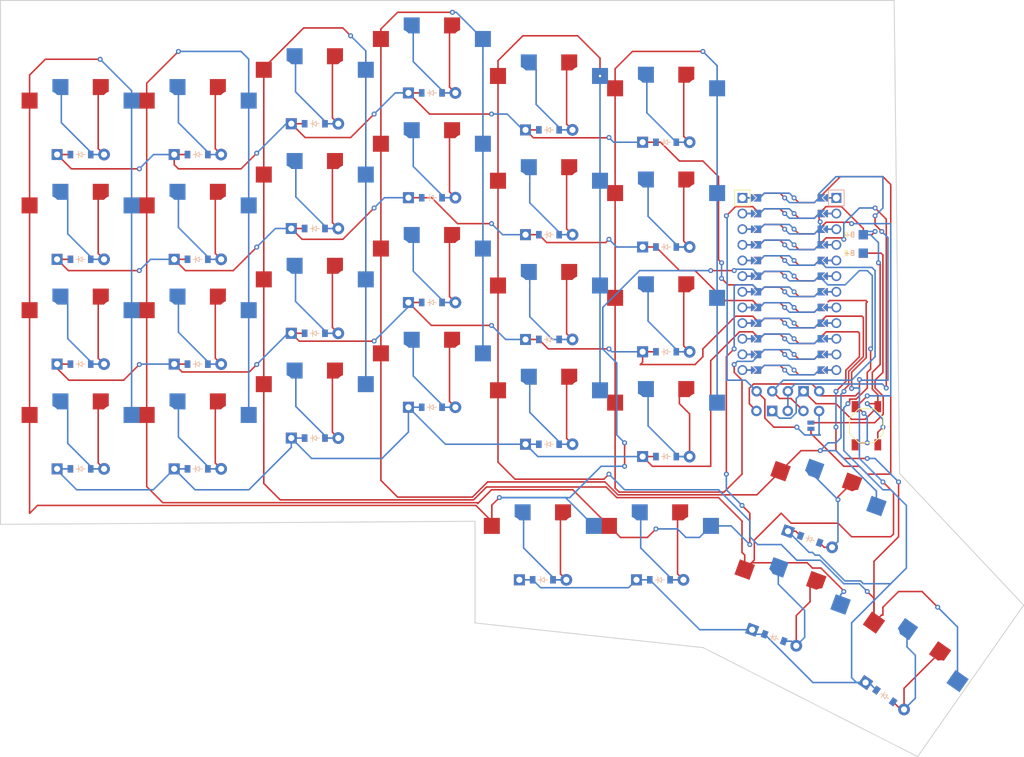
<source format=kicad_pcb>
(kicad_pcb (version 20211014) (generator pcbnew)
  (title_block (title "board") (rev "v1.0.0") (company "Unknown"))
  (layers (0 "F.Cu" signal) (31 "B.Cu" signal) (34 "B.Paste" user) (35 "F.Paste" user) (36 "B.SilkS" user "B.Silkscreen") (37 "F.SilkS" user "F.Silkscreen") (38 "B.Mask" user) (39 "F.Mask" user) (44 "Edge.Cuts" user))
  (net 0 "")
  (net 1 "outer_bottom")
  (net 2 "P20")
  (net 3 "outer_home")
  (net 4 "outer_top")
  (net 5 "outer_num")
  (net 6 "pinky_bottom")
  (net 7 "P19")
  (net 8 "pinky_home")
  (net 9 "pinky_top")
  (net 10 "pinky_num")
  (net 11 "ring_bottom")
  (net 12 "P18")
  (net 13 "ring_home")
  (net 14 "ring_top")
  (net 15 "ring_num")
  (net 16 "middle_bottom")
  (net 17 "P15")
  (net 18 "middle_home")
  (net 19 "middle_top")
  (net 20 "middle_num")
  (net 21 "index_bottom")
  (net 22 "P14")
  (net 23 "index_home")
  (net 24 "index_top")
  (net 25 "index_num")
  (net 26 "inner_bottom")
  (net 27 "P16")
  (net 28 "inner_home")
  (net 29 "inner_top")
  (net 30 "inner_num")
  (net 31 "near1_home")
  (net 32 "near2_home")
  (net 33 "home_home")
  (net 34 "home_top")
  (net 35 "far_home")
  (net 36 "P7")
  (net 37 "P6")
  (net 38 "P5")
  (net 39 "P4")
  (net 40 "P3")
  (net 41 "RAW")
  (net 42 "GND")
  (net 43 "RST")
  (net 44 "VCC")
  (net 45 "P21")
  (net 46 "P10")
  (net 47 "P1")
  (net 48 "P0")
  (net 49 "P2")
  (net 50 "P8")
  (net 51 "P9")
  (net 52 "Bplus")
  (footprint "E73:SW_TACT_ALPS_SKQGABE010" (layer "F.Cu") (at 152.265001 81.050001 -90)
    (fp_text reference "B1" hide)
    (fp_text value "" hide)
  )
  (footprint "PG1350" (layer "F.Cu") (at 62.765 61.05)
    (fp_text reference "S10" hide)
    (fp_text value "" hide)
  )
  (footprint "ComboDiode" (layer "F.Cu") (at 24.765 37.050001)
    (fp_text reference "D4" hide)
    (fp_text value "" hide)
  )
  (footprint "PG1350" (layer "F.Cu") (at 24.765 32.050001)
    (fp_text reference "S4" hide)
    (fp_text value "" hide)
  )
  (footprint "lib:Jumper" (layer "F.Cu") (at 143.265 81.050001 -90)
    (fp_text reference "J2" hide)
    (fp_text value "Jumper")
  )
  (footprint "ComboDiode" (layer "F.Cu") (at 43.765 54.05)
    (fp_text reference "D7" hide)
    (fp_text value "" hide)
  )
  (footprint "PG1350" (layer "F.Cu") (at 119.764999 47.050001)
    (fp_text reference "S23" hide)
    (fp_text value "" hide)
  )
  (footprint "PG1350" (layer "F.Cu") (at 81.765 39.050001)
    (fp_text reference "S15" hide)
    (fp_text value "" hide)
  )
  (footprint "ComboDiode" (layer "F.Cu") (at 43.765 71.050001)
    (fp_text reference "D6" hide)
    (fp_text value "" hide)
  )
  (footprint "PG1350" (layer "F.Cu") (at 100.765 28.050001)
    (fp_text reference "S20" hide)
    (fp_text value "" hide)
  )
  (footprint "ComboDiode" (layer "F.Cu") (at 100.765001 67.050001)
    (fp_text reference "D18" hide)
    (fp_text value "" hide)
  )
  (footprint "lib:OLED_headers" (layer "F.Cu") (at 132.265 77.050001 90)
    (fp_text reference "OLED1" hide)
    (fp_text value "OLED")
  )
  (footprint "PG1350" (layer "F.Cu") (at 144.824776 94.772405 -20)
    (fp_text reference "S28" hide)
    (fp_text value "" hide)
  )
  (footprint "ComboDiode" (layer "F.Cu") (at 119.764999 86.050002)
    (fp_text reference "D21" hide)
    (fp_text value "" hide)
  )
  (footprint "ComboDiode" (layer "F.Cu") (at 119.765 35.05)
    (fp_text reference "D24" hide)
    (fp_text value "" hide)
  )
  (footprint "PG1350" (layer "F.Cu") (at 118.765 101.050001)
    (fp_text reference "S26" hide)
    (fp_text value "" hide)
  )
  (footprint "PG1350" (layer "F.Cu") (at 100.765 45.05)
    (fp_text reference "S19" hide)
    (fp_text value "" hide)
  )
  (footprint "ComboDiode" (layer "F.Cu") (at 119.765 52.05)
    (fp_text reference "D23" hide)
    (fp_text value "" hide)
  )
  (footprint "ComboDiode" (layer "F.Cu") (at 100.764999 50.050001)
    (fp_text reference "D19" hide)
    (fp_text value "" hide)
  )
  (footprint "PG1350" (layer "F.Cu") (at 62.765 78.050001)
    (fp_text reference "S9" hide)
    (fp_text value "" hide)
  )
  (footprint "PG1350" (layer "F.Cu") (at 43.765 83.050001)
    (fp_text reference "S5" hide)
    (fp_text value "" hide)
  )
  (footprint "PG1350" (layer "F.Cu") (at 43.765 32.050002)
    (fp_text reference "S8" hide)
    (fp_text value "" hide)
  )
  (footprint "ComboDiode" (layer "F.Cu") (at 62.765 83.050002)
    (fp_text reference "D9" hide)
    (fp_text value "" hide)
  )
  (footprint "ComboDiode" (layer "F.Cu") (at 62.765 32.05)
    (fp_text reference "D12" hide)
    (fp_text value "" hide)
  )
  (footprint "ComboDiode" (layer "F.Cu") (at 24.765 88.050001)
    (fp_text reference "D1" hide)
    (fp_text value "" hide)
  )
  (footprint "ComboDiode" (layer "F.Cu") (at 81.764999 61.050001)
    (fp_text reference "D14" hide)
    (fp_text value "" hide)
  )
  (footprint "PG1350" (layer "F.Cu") (at 62.765 44.05)
    (fp_text reference "S11" hide)
    (fp_text value "" hide)
  )
  (footprint "ComboDiode" (layer "F.Cu") (at 143.114676 99.470869 -20)
    (fp_text reference "D28" hide)
    (fp_text value "" hide)
  )
  (footprint "PG1350" (layer "F.Cu") (at 119.765001 30.05)
    (fp_text reference "S24" hide)
    (fp_text value "" hide)
  )
  (footprint "ComboDiode" (layer "F.Cu") (at 100.765 84.05)
    (fp_text reference "D17" hide)
    (fp_text value "" hide)
  )
  (footprint "PG1350" (layer "F.Cu") (at 119.765001 81.050001)
    (fp_text reference "S21" hide)
    (fp_text value "" hide)
  )
  (footprint "ComboDiode" (layer "F.Cu") (at 81.765001 27.05)
    (fp_text reference "D16" hide)
    (fp_text value "" hide)
  )
  (footprint "ComboDiode" (layer "F.Cu") (at 24.765001 71.05)
    (fp_text reference "D2" hide)
    (fp_text value "" hide)
  )
  (footprint "PG1350" (layer "F.Cu") (at 99.765 101.050001)
    (fp_text reference "S25" hide)
    (fp_text value "" hide)
  )
  (footprint "ComboDiode" (layer "F.Cu") (at 99.765 106.05)
    (fp_text reference "D25" hide)
    (fp_text value "" hide)
  )
  (footprint "ComboDiode" (layer "F.Cu") (at 62.765 49.050002)
    (fp_text reference "D11" hide)
    (fp_text value "" hide)
  )
  (footprint "PG1350" (layer "F.Cu") (at 62.765 27.050001)
    (fp_text reference "S12" hide)
    (fp_text value "" hide)
  )
  (footprint "PG1350" (layer "F.Cu") (at 81.764999 22.050001)
    (fp_text reference "S16" hide)
    (fp_text value "" hide)
  )
  (footprint "PG1350" (layer "F.Cu") (at 24.765001 83.050001)
    (fp_text reference "S1" hide)
    (fp_text value "" hide)
  )
  (footprint "lib:Jumper" (layer "F.Cu") (at 143.265 81.050001 -90)
    (fp_text reference "J1" hide)
    (fp_text value "Jumper")
  )
  (footprint "ComboDiode" (layer "F.Cu") (at 119.765 69.050001)
    (fp_text reference "D22" hide)
    (fp_text value "" hide)
  )
  (footprint "PG1350" (layer "F.Cu") (at 24.765 49.050001)
    (fp_text reference "S3" hide)
    (fp_text value "" hide)
  )
  (footprint "ComboDiode" (layer "F.Cu") (at 155.248187 124.899068 -35)
    (fp_text reference "D29" hide)
    (fp_text value "" hide)
  )
  (footprint "PG1350" (layer "F.Cu") (at 139.010434 110.74718 -20)
    (fp_text reference "S27" hide)
    (fp_text value "" hide)
  )
  (footprint "PG1350" (layer "F.Cu") (at 158.116069 120.803308 -35)
    (fp_text reference "S29" hide)
    (fp_text value "" hide)
  )
  (footprint "PG1350" (layer "F.Cu") (at 43.765 49.050002)
    (fp_text reference "S7" hide)
    (fp_text value "" hide)
  )
  (footprint "PG1350" (layer "F.Cu") (at 119.765 64.050002)
    (fp_text reference "S22" hide)
    (fp_text value "" hide)
  )
  (footprint "PG1350" (layer "F.Cu") (at 81.765001 73.050001)
    (fp_text reference "S13" hide)
    (fp_text value "" hide)
  )
  (footprint "ProMicro" (layer "F.Cu") (at 139.765 58.050001 -90)
    (fp_text reference "MCU1" hide)
    (fp_text value "")
  )
  (footprint "PG1350" (layer "F.Cu") (at 100.765001 62.05)
    (fp_text reference "S18" hide)
    (fp_text value "" hide)
  )
  (footprint "ComboDiode" (layer "F.Cu") (at 118.765001 106.05)
    (fp_text reference "D26" hide)
    (fp_text value "" hide)
  )
  (footprint "SMDPad" (layer "F.Cu") (at 151.765 50.050001)
    (fp_text reference "PAD2" hide)
    (fp_text value "" hide)
  )
  (footprint "PG1350" (layer "F.Cu") (at 43.765001 66.050001)
    (fp_text reference "S6" hide)
    (fp_text value "" hide)
  )
  (footprint "ComboDiode" (layer "F.Cu") (at 43.765001 88.050001)
    (fp_text reference "D5" hide)
    (fp_text value "" hide)
  )
  (footprint "SMDPad" (layer "F.Cu") (at 151.765 53.050002)
    (fp_text reference "PAD1" hide)
    (fp_text value "" hide)
  )
  (footprint "PG1350" (layer "F.Cu") (at 24.765001 66.050001)
    (fp_text reference "S2" hide)
    (fp_text value "" hide)
  )
  (footprint "PG1350" (layer "F.Cu") (at 81.765 56.050001)
    (fp_text reference "S14" hide)
    (fp_text value "" hide)
  )
  (footprint "lib:OLED_headers" (layer "F.Cu") (at 146.765 77.05 -90)
    (fp_text reference "OLED2" hide)
    (fp_text value "OLED")
  )
  (footprint "ComboDiode" (layer "F.Cu") (at 62.765 66.050002)
    (fp_text reference "D10" hide)
    (fp_text value "" hide)
  )
  (footprint "ComboDiode" (layer "F.Cu") (at 100.765 33.050001)
    (fp_text reference "D20" hide)
    (fp_text value "" hide)
  )
  (footprint "ComboDiode" (layer "F.Cu") (at 81.765 78.05)
    (fp_text reference "D13" hide)
    (fp_text value "" hide)
  )
  (footprint "ComboDiode" (layer "F.Cu") (at 137.300333 115.445644 -20)
    (fp_text reference "D27" hide)
    (fp_text value "" hide)
  )
  (footprint "ComboDiode" (layer "F.Cu") (at 43.765 37.05)
    (fp_text reference "D8" hide)
    (fp_text value "" hide)
  )
  (footprint "ComboDiode" (layer "F.Cu") (at 81.765001 44.05)
    (fp_text reference "D15" hide)
    (fp_text value "" hide)
  )
  (footprint "ComboDiode" (layer "F.Cu") (at 24.764999 54.050001)
    (fp_text reference "D3" hide)
    (fp_text value "" hide)
  )
  (footprint "PG1350" (layer "F.Cu") (at 100.765 79.05)
    (fp_text reference "S17" hide)
    (fp_text value "" hide)
  )
  (gr_line (start 177.779118 110.156031) (end 160.571824 134.730593) (layer "Edge.Cuts") (width 0.15))
  (gr_line (start 11.765001 97.050001) (end 11.765001 12.050001) (layer "Edge.Cuts") (width 0.15))
  (gr_line (start 11.765001 12.050001) (end 156.765 12.050001) (layer "Edge.Cuts") (width 0.15))
  (gr_line (start 125.765 117.05) (end 88.765001 113.050002) (layer "Edge.Cuts") (width 0.15))
  (gr_line (start 88.765001 113.050002) (end 88.765 96.55) (layer "Edge.Cuts") (width 0.15))
  (gr_line (start 160.571824 134.730593) (end 125.765 117.05) (layer "Edge.Cuts") (width 0.15))
  (gr_line (start 156.765 12.050001) (end 157.641904 88.795681) (layer "Edge.Cuts") (width 0.15))
  (gr_line (start 88.765 96.55) (end 11.765001 97.050001) (layer "Edge.Cuts") (width 0.15))
  (gr_line (start 157.641904 88.795681) (end 177.779118 110.156031) (layer "Edge.Cuts") (width 0.15))
  (segment (start 27.6225 87.097501) (end 27.6225 77.517502) (width 0.25) (layer "F.Cu") (net 1))
  (segment (start 27.6225 77.517502) (end 28.040001 77.100001) (width 0.25) (layer "F.Cu") (net 1))
  (segment (start 28.575 88.050001) (end 27.6225 87.097501) (width 0.25) (layer "F.Cu") (net 1))
  (segment (start 26.81 88.050001) (end 22.6755 83.915501) (width 0.25) (layer "B.Cu") (net 1))
  (segment (start 22.6755 78.2855) (end 21.490001 77.100001) (width 0.25) (layer "B.Cu") (net 1))
  (segment (start 28.575 88.050001) (end 26.81 88.050001) (width 0.25) (layer "B.Cu") (net 1))
  (segment (start 22.6755 83.915501) (end 22.6755 78.2855) (width 0.25) (layer "B.Cu") (net 1))
  (segment (start 16.49 45.300001) (end 16.49 28.300001) (width 0.25) (layer "F.Cu") (net 2))
  (segment (start 16.49 24.15) (end 16.49 28.300001) (width 0.25) (layer "F.Cu") (net 2))
  (segment (start 16.490001 62.300001) (end 16.490001 79.300001) (width 0.25) (layer "F.Cu") (net 2))
  (segment (start 27.94 21.59) (end 19.05 21.59) (width 0.25) (layer "F.Cu") (net 2))
  (segment (start 113.03 87.63) (end 113.03 83.82) (width 0.25) (layer "F.Cu") (net 2))
  (segment (start 91.49 97.300001) (end 91.49 93.93) (width 0.25) (layer "F.Cu") (net 2))
  (segment (start 16.490001 95.230001) (end 16.490001 79.300001) (width 0.25) (layer "F.Cu") (net 2))
  (segment (start 88.9 93.98) (end 17.78 93.98) (width 0.25) (layer "F.Cu") (net 2))
  (segment (start 91.49 96.57) (end 88.9 93.98) (width 0.25) (layer "F.Cu") (net 2))
  (segment (start 91.49 93.93) (end 92.71 92.71) (width 0.25) (layer "F.Cu") (net 2))
  (segment (start 16.490001 62.300001) (end 16.49 45.300001) (width 0.25) (layer "F.Cu") (net 2))
  (segment (start 17.78 93.98) (end 16.51 95.25) (width 0.25) (layer "F.Cu") (net 2))
  (segment (start 91.49 97.300001) (end 91.49 96.57) (width 0.25) (layer "F.Cu") (net 2))
  (segment (start 16.51 95.25) (end 16.490001 95.230001) (width 0.25) (layer "F.Cu") (net 2))
  (segment (start 127 55.88) (end 130.81 55.88) (width 0.25) (layer "F.Cu") (net 2))
  (segment (start 19.05 21.59) (end 16.49 24.15) (width 0.25) (layer "F.Cu") (net 2))
  (via (at 113.03 87.63) (size 0.8) (drill 0.4) (layers "F.Cu" "B.Cu") (net 2))
  (via (at 27.94 21.59) (size 0.8) (drill 0.4) (layers "F.Cu" "B.Cu") (net 2))
  (via (at 92.71 92.71) (size 0.8) (drill 0.4) (layers "F.Cu" "B.Cu") (net 2))
  (via (at 127 55.88) (size 0.8) (drill 0.4) (layers "F.Cu" "B.Cu") (net 2))
  (via (at 113.03 83.82) (size 0.8) (drill 0.4) (layers "F.Cu" "B.Cu") (net 2))
  (via (at 130.81 55.88) (size 0.8) (drill 0.4) (layers "F.Cu" "B.Cu") (net 2))
  (segment (start 130.81 55.88) (end 131.034999 55.655001) (width 0.25) (layer "B.Cu") (net 2))
  (segment (start 104.14 92.71) (end 109.22 87.63) (width 0.25) (layer "B.Cu") (net 2))
  (segment (start 92.71 92.71) (end 103.449999 92.71) (width 0.25) (layer "B.Cu") (net 2))
  (segment (start 33.040001 79.300001) (end 33.040001 62.300001) (width 0.25) (layer "B.Cu") (net 2))
  (segment (start 33.04 28.300001) (end 33.04 26.69) (width 0.25) (layer "B.Cu") (net 2))
  (segment (start 103.449999 92.71) (end 108.04 97.300001) (width 0.25) (layer "B.Cu") (net 2))
  (segment (start 131.034999 55.655001) (end 133.814 55.655001) (width 0.25) (layer "B.Cu") (net 2))
  (segment (start 92.71 92.71) (end 104.14 92.71) (width 0.25) (layer "B.Cu") (net 2))
  (segment (start 111.76 70.875305) (end 109.49 68.605305) (width 0.25) (layer "B.Cu") (net 2))
  (segment (start 33.040001 62.300001) (end 33.04 45.300001) (width 0.25) (layer "B.Cu") (net 2))
  (segment (start 109.22 87.63) (end 113.03 87.63) (width 0.25) (layer "B.Cu") (net 2))
  (segment (start 109.49 68.605305) (end 109.49 61.850002) (width 0.25) (layer "B.Cu") (net 2))
  (segment (start 115.460002 55.88) (end 127 55.88) (width 0.25) (layer "B.Cu") (net 2))
  (segment (start 33.04 26.69) (end 27.94 21.59) (width 0.25) (layer "B.Cu") (net 2))
  (segment (start 133.814 55.655001) (end 134.939 56.780001) (width 0.25) (layer "B.Cu") (net 2))
  (segment (start 33.04 45.300001) (end 33.04 28.300001) (width 0.25) (layer "B.Cu") (net 2))
  (segment (start 113.03 83.82) (end 111.76 82.55) (width 0.25) (layer "B.Cu") (net 2))
  (segment (start 109.49 61.850002) (end 115.460002 55.88) (width 0.25) (layer "B.Cu") (net 2))
  (segment (start 111.76 82.55) (end 111.76 70.875305) (width 0.25) (layer "B.Cu") (net 2))
  (segment (start 28.575001 71.05) (end 27.622501 70.0975) (width 0.25) (layer "F.Cu") (net 3))
  (segment (start 27.622501 60.517501) (end 28.040001 60.100001) (width 0.25) (layer "F.Cu") (net 3))
  (segment (start 27.622501 70.0975) (end 27.622501 60.517501) (width 0.25) (layer "F.Cu") (net 3))
  (segment (start 28.575001 71.05) (end 26.809999 71.05) (width 0.25) (layer "B.Cu") (net 3))
  (segment (start 26.809999 71.05) (end 22.6755 66.915501) (width 0.25) (layer "B.Cu") (net 3))
  (segment (start 22.6755 61.2855) (end 21.490001 60.100001) (width 0.25) (layer "B.Cu") (net 3))
  (segment (start 22.6755 66.915501) (end 22.6755 61.2855) (width 0.25) (layer "B.Cu") (net 3))
  (segment (start 28.574999 54.050001) (end 27.622499 53.097501) (width 0.25) (layer "F.Cu") (net 4))
  (segment (start 27.622499 53.097501) (end 27.622499 43.517502) (width 0.25) (layer "F.Cu") (net 4))
  (segment (start 27.622499 43.517502) (end 28.04 43.100001) (width 0.25) (layer "F.Cu") (net 4))
  (segment (start 28.574999 54.050001) (end 26.809999 54.050001) (width 0.25) (layer "B.Cu") (net 4))
  (segment (start 22.675499 44.2855) (end 21.49 43.100001) (width 0.25) (layer "B.Cu") (net 4))
  (segment (start 26.809999 54.050001) (end 22.675499 49.915501) (width 0.25) (layer "B.Cu") (net 4))
  (segment (start 22.675499 49.915501) (end 22.675499 44.2855) (width 0.25) (layer "B.Cu") (net 4))
  (segment (start 28.575 37.050001) (end 27.6225 36.097501) (width 0.25) (layer "F.Cu") (net 5))
  (segment (start 27.6225 26.517501) (end 28.04 26.100001) (width 0.25) (layer "F.Cu") (net 5))
  (segment (start 27.6225 36.097501) (end 27.6225 26.517501) (width 0.25) (layer "F.Cu") (net 5))
  (segment (start 28.575 37.050001) (end 26.809999 37.050001) (width 0.25) (layer "B.Cu") (net 5))
  (segment (start 21.640001 26.250002) (end 21.49 26.100001) (width 0.25) (layer "B.Cu") (net 5))
  (segment (start 21.640001 31.880003) (end 21.640001 26.250002) (width 0.25) (layer "B.Cu") (net 5))
  (segment (start 26.809999 37.050001) (end 21.640001 31.880003) (width 0.25) (layer "B.Cu") (net 5))
  (segment (start 46.622501 87.097501) (end 46.622501 77.5175) (width 0.25) (layer "F.Cu") (net 6))
  (segment (start 46.622501 77.5175) (end 47.04 77.100001) (width 0.25) (layer "F.Cu") (net 6))
  (segment (start 47.575001 88.050001) (end 46.622501 87.097501) (width 0.25) (layer "F.Cu") (net 6))
  (segment (start 45.809999 88.050001) (end 40.64 82.880002) (width 0.25) (layer "B.Cu") (net 6))
  (segment (start 40.64 77.250001) (end 40.49 77.100001) (width 0.25) (layer "B.Cu") (net 6))
  (segment (start 40.64 82.880002) (end 40.64 77.250001) (width 0.25) (layer "B.Cu") (net 6))
  (segment (start 47.575001 88.050001) (end 45.809999 88.050001) (width 0.25) (layer "B.Cu") (net 6))
  (segment (start 133.35 100.33) (end 133.35 95.25) (width 0.25) (layer "F.Cu") (net 7))
  (segment (start 35.49 28.300002) (end 35.49 45.300002) (width 0.25) (layer "F.Cu") (net 7))
  (segment (start 112.365001 99.175002) (end 116.724998 99.175002) (width 0.25) (layer "F.Cu") (net 7))
  (segment (start 89.086396 93.53) (end 89.218198 93.661802) (width 0.25) (layer "F.Cu") (net 7))
  (segment (start 129.54 88.9) (end 129.54 69.85) (width 0.25) (layer "F.Cu") (net 7))
  (segment (start 91.44 91.44) (end 104.629999 91.44) (width 0.25) (layer "F.Cu") (net 7))
  (segment (start 129.54 69.85) (end 130.81 68.58) (width 0.25) (layer "F.Cu") (net 7))
  (segment (start 133.35 95.25) (end 132.08 93.98) (width 0.25) (layer "F.Cu") (net 7))
  (segment (start 89.218198 93.661802) (end 91.44 91.44) (width 0.25) (layer "F.Cu") (net 7))
  (segment (start 38.1 93.53) (end 89.086396 93.53) (width 0.25) (layer "F.Cu") (net 7))
  (segment (start 104.629999 91.44) (end 110.49 97.300001) (width 0.25) (layer "F.Cu") (net 7))
  (segment (start 35.49 45.300002) (end 35.490001 62.300001) (width 0.25) (layer "F.Cu") (net 7))
  (segment (start 35.490001 62.300001) (end 35.49 79.300001) (width 0.25) (layer "F.Cu") (net 7))
  (segment (start 35.49 28.300002) (end 35.49 25.47) (width 0.25) (layer "F.Cu") (net 7))
  (segment (start 35.49 79.300001) (end 35.49 90.92) (width 0.25) (layer "F.Cu") (net 7))
  (segment (start 35.49 25.47) (end 40.64 20.32) (width 0.25) (layer "F.Cu") (net 7))
  (segment (start 110.49 97.300001) (end 112.365001 99.175002) (width 0.25) (layer "F.Cu") (net 7))
  (segment (start 116.724998 99.175002) (end 118.11 97.79) (width 0.25) (layer "F.Cu") (net 7))
  (segment (start 35.49 90.92) (end 38.1 93.53) (width 0.25) (layer "F.Cu") (net 7))
  (via (at 118.11 97.79) (size 0.8) (drill 0.4) (layers "F.Cu" "B.Cu") (net 7))
  (via (at 130.81 68.58) (size 0.8) (drill 0.4) (layers "F.Cu" "B.Cu") (net 7))
  (via (at 129.54 88.9) (size 0.8) (drill 0.4) (layers "F.Cu" "B.Cu") (net 7))
  (via (at 133.35 100.33) (size 0.8) (drill 0.4) (layers "F.Cu" "B.Cu") (net 7))
  (via (at 132.08 93.98) (size 0.8) (drill 0.4) (layers "F.Cu" "B.Cu") (net 7))
  (via (at 40.64 20.32) (size 0.8) (drill 0.4) (layers "F.Cu" "B.Cu") (net 7))
  (segment (start 131.034999 58.195001) (end 133.814 58.195001) (width 0.25) (layer "B.Cu") (net 7))
  (segment (start 125.164999 99.175002) (end 127.04 97.300001) (width 0.25) (layer "B.Cu") (net 7))
  (segment (start 130.320001 97.300001) (end 133.35 100.33) (width 0.25) (layer "B.Cu") (net 7))
  (segment (start 52.04 45.300002) (end 52.040001 62.300001) (width 0.25) (layer "B.Cu") (net 7))
  (segment (start 129.54 91.44) (end 129.54 88.9) (width 0.25) (layer "B.Cu") (net 7))
  (segment (start 52.04 28.300002) (end 52.04 45.300002) (width 0.25) (layer "B.Cu") (net 7))
  (segment (start 52.04 21.56) (end 52.04 28.300002) (width 0.25) (layer "B.Cu") (net 7))
  (segment (start 132.08 93.98) (end 129.54 91.44) (width 0.25) (layer "B.Cu") (net 7))
  (segment (start 133.814 58.195001) (end 134.939 59.320001) (width 0.25) (layer "B.Cu") (net 7))
  (segment (start 40.64 20.32) (end 50.8 20.32) (width 0.25) (layer "B.Cu") (net 7))
  (segment (start 52.040001 62.300001) (end 52.04 79.300001) (width 0.25) (layer "B.Cu") (net 7))
  (segment (start 50.8 20.32) (end 52.04 21.56) (width 0.25) (layer "B.Cu") (net 7))
  (segment (start 130.81 58.42) (end 131.034999 58.195001) (width 0.25) (layer "B.Cu") (net 7))
  (segment (start 130.81 68.58) (end 130.81 58.42) (width 0.25) (layer "B.Cu") (net 7))
  (segment (start 127.04 97.300001) (end 130.320001 97.300001) (width 0.25) (layer "B.Cu") (net 7))
  (segment (start 118.11 97.79) (end 121.603347 97.79) (width 0.25) (layer "B.Cu") (net 7))
  (segment (start 122.988349 99.175002) (end 125.164999 99.175002) (width 0.25) (layer "B.Cu") (net 7))
  (segment (start 121.603347 97.79) (end 122.988349 99.175002) (width 0.25) (layer "B.Cu") (net 7))
  (segment (start 46.6225 70.097501) (end 46.6225 60.517502) (width 0.25) (layer "F.Cu") (net 8))
  (segment (start 47.575 71.050001) (end 46.6225 70.097501) (width 0.25) (layer "F.Cu") (net 8))
  (segment (start 46.6225 60.517502) (end 47.040001 60.100001) (width 0.25) (layer "F.Cu") (net 8))
  (segment (start 47.575 71.050001) (end 45.81 71.050001) (width 0.25) (layer "B.Cu") (net 8))
  (segment (start 45.81 71.050001) (end 40.64 65.880001) (width 0.25) (layer "B.Cu") (net 8))
  (segment (start 40.64 65.880001) (end 40.64 60.25) (width 0.25) (layer "B.Cu") (net 8))
  (segment (start 40.64 60.25) (end 40.490001 60.100001) (width 0.25) (layer "B.Cu") (net 8))
  (segment (start 46.6225 53.0975) (end 46.6225 43.517502) (width 0.25) (layer "F.Cu") (net 9))
  (segment (start 47.575 54.05) (end 46.6225 53.0975) (width 0.25) (layer "F.Cu") (net 9))
  (segment (start 46.6225 43.517502) (end 47.04 43.100002) (width 0.25) (layer "F.Cu") (net 9))
  (segment (start 47.575 54.05) (end 45.809997 54.05) (width 0.25) (layer "B.Cu") (net 9))
  (segment (start 45.809997 54.05) (end 40.64 48.880003) (width 0.25) (layer "B.Cu") (net 9))
  (segment (start 40.64 43.250002) (end 40.49 43.100002) (width 0.25) (layer "B.Cu") (net 9))
  (segment (start 40.64 48.880003) (end 40.64 43.250002) (width 0.25) (layer "B.Cu") (net 9))
  (segment (start 46.6225 26.517502) (end 47.04 26.100002) (width 0.25) (layer "F.Cu") (net 10))
  (segment (start 46.6225 36.0975) (end 46.6225 26.517502) (width 0.25) (layer "F.Cu") (net 10))
  (segment (start 47.575 37.05) (end 46.6225 36.0975) (width 0.25) (layer "F.Cu") (net 10))
  (segment (start 40.640001 26.250003) (end 40.49 26.100002) (width 0.25) (layer "B.Cu") (net 10))
  (segment (start 40.640001 31.880004) (end 40.640001 26.250003) (width 0.25) (layer "B.Cu") (net 10))
  (segment (start 45.809997 37.05) (end 40.640001 31.880004) (width 0.25) (layer "B.Cu") (net 10))
  (segment (start 47.575 37.05) (end 45.809997 37.05) (width 0.25) (layer "B.Cu") (net 10))
  (segment (start 65.6225 72.517501) (end 66.04 72.100001) (width 0.25) (layer "F.Cu") (net 11))
  (segment (start 66.575 83.050002) (end 65.6225 82.097502) (width 0.25) (layer "F.Cu") (net 11))
  (segment (start 65.6225 82.097502) (end 65.6225 72.517501) (width 0.25) (layer "F.Cu") (net 11))
  (segment (start 59.69 72.300001) (end 59.49 72.100001) (width 0.25) (layer "B.Cu") (net 11))
  (segment (start 64.81 83.050002) (end 59.69 77.930002) (width 0.25) (layer "B.Cu") (net 11))
  (segment (start 66.575 83.050002) (end 64.81 83.050002) (width 0.25) (layer "B.Cu") (net 11))
  (segment (start 59.69 77.930002) (end 59.69 72.300001) (width 0.25) (layer "B.Cu") (net 11))
  (segment (start 149.86 74.999501) (end 149.86 72.39) (width 0.25) (layer "F.Cu") (net 12))
  (segment (start 149.86 72.39) (end 152.2205 70.0295) (width 0.25) (layer "F.Cu") (net 12))
  (segment (start 132.08 96.52) (end 132.08 101.6) (width 0.25) (layer "F.Cu") (net 12))
  (segment (start 54.49 74.300001) (end 54.49 90.42) (width 0.25) (layer "F.Cu") (net 12))
  (segment (start 147.661906 96.861906) (end 149.86 99.06) (width 0.25) (layer "F.Cu") (net 12))
  (segment (start 144.889642 104.14) (end 143.51 104.14) (width 0.25) (layer "F.Cu") (net 12))
  (segment (start 156.21 99.06) (end 156.66 98.61) (width 0.25) (layer "F.Cu") (net 12))
  (segment (start 156.66 91.89) (end 154.94 90.17) (width 0.25) (layer "F.Cu") (net 12))
  (segment (start 133.629161 103.281008) (end 132.517053 104.393116) (width 0.25) (layer "F.Cu") (net 12))
  (segment (start 134.075 99.605) (end 138.43 95.25) (width 0.25) (layer "F.Cu") (net 12))
  (segment (start 132.517053 104.393116) (end 134.075 102.835169) (width 0.25) (layer "F.Cu") (net 12))
  (segment (start 54.49 57.3) (end 54.49 40.3) (width 0.25) (layer "F.Cu") (net 12))
  (segment (start 110.04 90.99) (end 111.76 92.71) (width 0.25) (layer "F.Cu") (net 12))
  (segment (start 67.31 16.51) (end 68.58 17.78) (width 0.25) (layer "F.Cu") (net 12))
  (segment (start 152.4 60.96) (end 152.175001 60.735001) (width 0.25) (layer "F.Cu") (net 12))
  (segment (start 134.075 102.835169) (end 134.075 99.605) (width 0.25) (layer "F.Cu") (net 12))
  (segment (start 60.96 16.51) (end 67.31 16.51) (width 0.25) (layer "F.Cu") (net 12))
  (segment (start 140.041906 96.861906) (end 147.661906 96.861906) (width 0.25) (layer "F.Cu") (net 12))
  (segment (start 138.43 95.25) (end 140.041906 96.861906) (width 0.25) (layer "F.Cu") (net 12))
  (segment (start 88.53 93.08) (end 90.62 90.99) (width 0.25) (layer "F.Cu") (net 12))
  (segment (start 54.49 23.300001) (end 54.49 22.98) (width 0.25) (layer "F.Cu") (net 12))
  (segment (start 156.66 98.61) (end 156.66 91.89) (width 0.25) (layer "F.Cu") (net 12))
  (segment (start 57.15 93.08) (end 88.53 93.08) (width 0.25) (layer "F.Cu") (net 12))
  (segment (start 146.274999 60.735001) (end 146.05 60.96) (width 0.25) (layer "F.Cu") (net 12))
  (segment (start 152.175001 60.735001) (end 146.274999 60.735001) (width 0.25) (layer "F.Cu") (net 12))
  (segment (start 111.76 92.71) (end 128.27 92.71) (width 0.25) (layer "F.Cu") (net 12))
  (segment (start 54.49 74.300001) (end 54.49 57.3) (width 0.25) (layer "F.Cu") (net 12))
  (segment (start 152.2205 61.1395) (end 152.4 60.96) (width 0.25) (layer "F.Cu") (net 12))
  (segment (start 54.49 22.98) (end 60.96 16.51) (width 0.25) (layer "F.Cu") (net 12))
  (segment (start 148.59 107.95) (end 148.59 107.840358) (width 0.25) (layer "F.Cu") (net 12))
  (segment (start 148.59 107.840358) (end 144.889642 104.14) (width 0.25) (layer "F.Cu") (net 12))
  (segment (start 143.51 104.14) (end 142.651008 103.281008) (width 0.25) (layer "F.Cu") (net 12))
  (segment (start 142.651008 103.281008) (end 133.629161 103.281008) (width 0.25) (layer "F.Cu") (net 12))
  (segment (start 149.86 99.06) (end 156.21 99.06) (width 0.25) (layer "F.Cu") (net 12))
  (segment (start 54.49 40.3) (end 54.49 23.300001) (width 0.25) (layer "F.Cu") (net 12))
  (segment (start 90.62 90.99) (end 110.04 90.99) (width 0.25) (layer "F.Cu") (net 12))
  (segment (start 54.49 90.42) (end 57.15 93.08) (width 0.25) (layer "F.Cu") (net 12))
  (segment (start 132.08 101.6) (end 132.517053 102.037053) (width 0.25) (layer "F.Cu") (net 12))
  (segment (start 132.517053 102.037053) (end 132.517053 104.393116) (width 0.25) (layer "F.Cu") (net 12))
  (segment (start 128.27 92.71) (end 132.08 96.52) (width 0.25) (layer "F.Cu") (net 12))
  (segment (start 152.2205 70.0295) (end 152.2205 61.1395) (width 0.25) (layer "F.Cu") (net 12))
  (via (at 148.59 107.95) (size 0.8) (drill 0.4) (layers "F.Cu" "B.Cu") (net 12))
  (via (at 68.58 17.78) (size 0.8) (drill 0.4) (layers "F.Cu" "B.Cu") (net 12))
  (via (at 149.86 74.999501) (size 0.8) (drill 0.4) (layers "F.Cu" "B.Cu") (net 12))
  (via (at 154.94 90.17) (size 0.8) (drill 0.4) (layers "F.Cu" "B.Cu") (net 12))
  (segment (start 151.13 86.36) (end 151.13 74.93) (width 0.25) (layer "B.Cu") (net 12))
  (segment (start 148.068966 110.053549) (end 148.068966 108.471034) (width 0.25) (layer "B.Cu") (net 12))
  (segment (start 68.58 17.78) (end 71.04 20.24) (width 0.25) (layer "B.Cu") (net 12))
  (segment (start 71.04 74.300001) (end 71.04 57.3) (width 0.25) (layer "B.Cu") (net 12))
  (segment (start 154.94 90.17) (end 151.13 86.36) (width 0.25) (layer "B.Cu") (net 12))
  (segment (start 71.04 20.24) (end 71.04 23.300001) (width 0.25) (layer "B.Cu") (net 12))
  (segment (start 71.04 57.3) (end 71.04 40.3) (width 0.25) (layer "B.Cu") (net 12))
  (segment (start 151.13 74.93) (end 149.929501 74.93) (width 0.25) (layer "B.Cu") (net 12))
  (segment (start 148.068966 108.471034) (end 148.59 107.95) (width 0.25) (layer "B.Cu") (net 12))
  (segment (start 71.04 40.3) (end 71.04 23.300001) (width 0.25) (layer "B.Cu") (net 12))
  (segment (start 149.929501 74.93) (end 149.86 74.999501) (width 0.25) (layer "B.Cu") (net 12))
  (segment (start 65.6225 55.5175) (end 66.04 55.1) (width 0.25) (layer "F.Cu") (net 13))
  (segment (start 65.6225 65.097502) (end 65.6225 55.5175) (width 0.25) (layer "F.Cu") (net 13))
  (segment (start 66.575 66.050002) (end 65.6225 65.097502) (width 0.25) (layer "F.Cu") (net 13))
  (segment (start 64.810001 66.050002) (end 59.640001 60.880002) (width 0.25) (layer "B.Cu") (net 13))
  (segment (start 59.640001 60.880002) (end 59.640001 55.250001) (width 0.25) (layer "B.Cu") (net 13))
  (segment (start 66.575 66.050002) (end 64.810001 66.050002) (width 0.25) (layer "B.Cu") (net 13))
  (segment (start 59.640001 55.250001) (end 59.49 55.1) (width 0.25) (layer "B.Cu") (net 13))
  (segment (start 65.6225 38.5175) (end 66.04 38.1) (width 0.25) (layer "F.Cu") (net 14))
  (segment (start 66.575 49.050002) (end 65.6225 48.097502) (width 0.25) (layer "F.Cu") (net 14))
  (segment (start 65.6225 48.097502) (end 65.6225 38.5175) (width 0.25) (layer "F.Cu") (net 14))
  (segment (start 64.810001 49.050002) (end 59.69 43.930001) (width 0.25) (layer "B.Cu") (net 14))
  (segment (start 59.69 38.3) (end 59.49 38.1) (width 0.25) (layer "B.Cu") (net 14))
  (segment (start 66.575 49.050002) (end 64.810001 49.050002) (width 0.25) (layer "B.Cu") (net 14))
  (segment (start 59.69 43.930001) (end 59.69 38.3) (width 0.25) (layer "B.Cu") (net 14))
  (segment (start 65.6225 21.517501) (end 66.04 21.100001) (width 0.25) (layer "F.Cu") (net 15))
  (segment (start 65.6225 31.0975) (end 65.6225 21.517501) (width 0.25) (layer "F.Cu") (net 15))
  (segment (start 66.575 32.05) (end 65.6225 31.0975) (width 0.25) (layer "F.Cu") (net 15))
  (segment (start 59.640001 21.250002) (end 59.49 21.100001) (width 0.25) (layer "B.Cu") (net 15))
  (segment (start 64.809998 32.05) (end 59.640001 26.880003) (width 0.25) (layer "B.Cu") (net 15))
  (segment (start 59.640001 26.880003) (end 59.640001 21.250002) (width 0.25) (layer "B.Cu") (net 15))
  (segment (start 66.575 32.05) (end 64.809998 32.05) (width 0.25) (layer "B.Cu") (net 15))
  (segment (start 85.575 78.05) (end 84.6225 77.0975) (width 0.25) (layer "F.Cu") (net 16))
  (segment (start 84.6225 77.0975) (end 84.6225 67.517502) (width 0.25) (layer "F.Cu") (net 16))
  (segment (start 84.6225 67.517502) (end 85.040001 67.100001) (width 0.25) (layer "F.Cu") (net 16))
  (segment (start 85.575 78.05) (end 83.809999 78.05) (width 0.25) (layer "B.Cu") (net 16))
  (segment (start 78.74 72.980001) (end 78.74 67.35) (width 0.25) (layer "B.Cu") (net 16))
  (segment (start 83.809999 78.05) (end 78.74 72.980001) (width 0.25) (layer "B.Cu") (net 16))
  (segment (start 78.74 67.35) (end 78.490001 67.100001) (width 0.25) (layer "B.Cu") (net 16))
  (segment (start 138.331395 88.418341) (end 141.659736 85.09) (width 0.25) (layer "F.Cu") (net 17))
  (segment (start 151.7705 63.5) (end 151.545501 63.275001) (width 0.25) (layer "F.Cu") (net 17))
  (segment (start 73.490001 69.300001) (end 73.490001 89.920001) (width 0.25) (layer "F.Cu") (net 17))
  (segment (start 149.382098 74.452098) (end 149.382098 72.231506) (width 0.25) (layer "F.Cu") (net 17))
  (segment (start 76.2 13.97) (end 85.09 13.97) (width 0.25) (layer "F.Cu") (net 17))
  (segment (start 73.489999 16.680001) (end 76.2 13.97) (width 0.25) (layer "F.Cu") (net 17))
  (segment (start 134.489736 92.26) (end 138.331395 88.418341) (width 0.25) (layer "F.Cu") (net 17))
  (segment (start 151.7705 69.843104) (end 151.7705 63.5) (width 0.25) (layer "F.Cu") (net 17))
  (segment (start 90.803604 90.17) (end 109.856396 90.17) (width 0.25) (layer "F.Cu") (net 17))
  (segment (start 141.659736 85.09) (end 144.78 85.09) (width 0.25) (layer "F.Cu") (net 17))
  (segment (start 73.490001 89.920001) (end 76.2 92.63) (width 0.25) (layer "F.Cu") (net 17))
  (segment (start 73.49 52.300001) (end 73.490001 69.300001) (width 0.25) (layer "F.Cu") (net 17))
  (segment (start 109.856396 90.17) (end 111.946396 92.26) (width 0.25) (layer "F.Cu") (net 17))
  (segment (start 111.946396 92.26) (end 134.489736 92.26) (width 0.25) (layer "F.Cu") (net 17))
  (segment (start 76.2 92.63) (end 88.343604 92.63) (width 0.25) (layer "F.Cu") (net 17))
  (segment (start 148.618276 75.21592) (end 149.382098 74.452098) (width 0.25) (layer "F.Cu") (net 17))
  (segment (start 73.489999 18.300001) (end 73.489999 16.680001) (width 0.25) (layer "F.Cu") (net 17))
  (segment (start 73.49 35.300001) (end 73.49 52.300001) (width 0.25) (layer "F.Cu") (net 17))
  (segment (start 151.545501 63.275001) (end 145.716 63.275001) (width 0.25) (layer "F.Cu") (net 17))
  (segment (start 148.618276 75.4755) (end 148.618276 75.21592) (width 0.25) (layer "F.Cu") (net 17))
  (segment (start 145.716 63.275001) (end 144.591 64.400001) (width 0.25) (layer "F.Cu") (net 17))
  (segment (start 88.343604 92.63) (end 90.803604 90.17) (width 0.25) (layer "F.Cu") (net 17))
  (segment (start 149.382098 72.231506) (end 151.7705 69.843104) (width 0.25) (layer "F.Cu") (net 17))
  (segment (start 73.489999 18.300001) (end 73.49 35.300001) (width 0.25) (layer "F.Cu") (net 17))
  (via (at 144.78 85.09) (size 0.8) (drill 0.4) (layers "F.Cu" "B.Cu") (net 17))
  (via (at 85.09 13.97) (size 0.8) (drill 0.4) (layers "F.Cu" "B.Cu") (net 17))
  (via (at 148.618276 75.4755) (size 0.8) (drill 0.4) (layers "F.Cu" "B.Cu") (net 17))
  (segment (start 90.04 52.300001) (end 90.04 35.300001) (width 0.25) (layer "B.Cu") (net 17))
  (segment (start 153.883308 91.653308) (end 147.32 85.09) (width 0.25) (layer "B.Cu") (net 17))
  (segment (start 153.883308 94.078774) (end 153.883308 91.653308) (width 0.25) (layer "B.Cu") (net 17))
  (segment (start 148.14 75.953776) (end 148.618276 75.4755) (width 0.25) (layer "B.Cu") (net 17))
  (segment (start 144.78 85.09) (end 146.05 83.82) (width 0.25) (layer "B.Cu") (net 17))
  (segment (start 90.04 35.300001) (end 90.039999 18.300001) (width 0.25) (layer "B.Cu") (net 17))
  (segment (start 90.040001 69.300001) (end 90.04 52.300001) (width 0.25) (layer "B.Cu") (net 17))
  (segment (start 148.14 82.55) (end 148.14 75.953776) (width 0.25) (layer "B.Cu") (net 17))
  (segment (start 85.09 13.97) (end 85.709998 13.97) (width 0.25) (layer "B.Cu") (net 17))
  (segment (start 146.05 83.82) (end 147.32 83.82) (width 0.25) (layer "B.Cu") (net 17))
  (segment (start 147.32 83.82) (end 148.14 83) (width 0.25) (layer "B.Cu") (net 17))
  (segment (start 147.32 85.09) (end 144.78 85.09) (width 0.25) (layer "B.Cu") (net 17))
  (segment (start 148.14 83) (end 148.14 82.55) (width 0.25) (layer "B.Cu") (net 17))
  (segment (start 85.709998 13.97) (end 90.039999 18.300001) (width 0.25) (layer "B.Cu") (net 17))
  (segment (start 84.622499 50.517502) (end 85.04 50.100001) (width 0.25) (layer "F.Cu") (net 18))
  (segment (start 85.574999 61.050001) (end 84.622499 60.097501) (width 0.25) (layer "F.Cu") (net 18))
  (segment (start 84.622499 60.097501) (end 84.622499 50.517502) (width 0.25) (layer "F.Cu") (net 18))
  (segment (start 83.809999 61.050001) (end 78.74 55.980002) (width 0.25) (layer "B.Cu") (net 18))
  (segment (start 85.574999 61.050001) (end 83.809999 61.050001) (width 0.25) (layer "B.Cu") (net 18))
  (segment (start 78.74 50.350001) (end 78.49 50.100001) (width 0.25) (layer "B.Cu") (net 18))
  (segment (start 78.74 55.980002) (end 78.74 50.350001) (width 0.25) (layer "B.Cu") (net 18))
  (segment (start 84.622501 43.0975) (end 84.622501 33.5175) (width 0.25) (layer "F.Cu") (net 19))
  (segment (start 85.575001 44.05) (end 84.622501 43.0975) (width 0.25) (layer "F.Cu") (net 19))
  (segment (start 84.622501 33.5175) (end 85.04 33.100001) (width 0.25) (layer "F.Cu") (net 19))
  (segment (start 78.74 33.350001) (end 78.49 33.100001) (width 0.25) (layer "B.Cu") (net 19))
  (segment (start 85.575001 44.05) (end 83.809998 44.05) (width 0.25) (layer "B.Cu") (net 19))
  (segment (start 83.809998 44.05) (end 78.74 38.980002) (width 0.25) (layer "B.Cu") (net 19))
  (segment (start 78.74 38.980002) (end 78.74 33.350001) (width 0.25) (layer "B.Cu") (net 19))
  (segment (start 84.622501 26.0975) (end 84.622501 16.517499) (width 0.25) (layer "F.Cu") (net 20))
  (segment (start 85.575001 27.05) (end 84.622501 26.0975) (width 0.25) (layer "F.Cu") (net 20))
  (segment (start 84.622501 16.517499) (end 85.039999 16.100001) (width 0.25) (layer "F.Cu") (net 20))
  (segment (start 83.809997 27.05) (end 78.74 21.980003) (width 0.25) (layer "B.Cu") (net 20))
  (segment (start 85.575001 27.05) (end 83.809997 27.05) (width 0.25) (layer "B.Cu") (net 20))
  (segment (start 78.74 21.980003) (end 78.74 16.350002) (width 0.25) (layer "B.Cu") (net 20))
  (segment (start 78.74 16.350002) (end 78.489999 16.100001) (width 0.25) (layer "B.Cu") (net 20))
  (segment (start 103.6225 83.0975) (end 103.6225 73.5175) (width 0.25) (layer "F.Cu") (net 21))
  (segment (start 103.6225 73.5175) (end 104.04 73.1) (width 0.25) (layer "F.Cu") (net 21))
  (segment (start 104.575 84.05) (end 103.6225 83.0975) (width 0.25) (layer "F.Cu") (net 21))
  (segment (start 102.809999 84.05) (end 97.640001 78.880002) (width 0.25) (layer "B.Cu") (net 21))
  (segment (start 97.640001 78.880002) (end 97.640001 73.250001) (width 0.25) (layer "B.Cu") (net 21))
  (segment (start 104.575 84.05) (end 102.809999 84.05) (width 0.25) (layer "B.Cu") (net 21))
  (segment (start 97.640001 73.250001) (end 97.49 73.1) (width 0.25) (layer "B.Cu") (net 21))
  (segment (start 151.13 69.847208) (end 151.13 66.04) (width 0.25) (layer "F.Cu") (net 22))
  (segment (start 105.41 17.78) (end 109.04 21.41) (width 0.25) (layer "F.Cu") (net 22))
  (segment (start 92.49 21.81) (end 96.52 17.78) (width 0.25) (layer "F.Cu") (net 22))
  (segment (start 92.49 75.3) (end 92.49 86.96) (width 0.25) (layer "F.Cu") (net 22))
  (segment (start 148.59 86.36) (end 147.32 85.09) (width 0.25) (layer "F.Cu") (net 22))
  (segment (start 152.4 86.36) (end 148.59 86.36) (width 0.25) (layer "F.Cu") (net 22))
  (segment (start 153.488497 103.051503) (end 157.48 99.06) (width 0.25) (layer "F.Cu") (net 22))
  (segment (start 145.716 65.815001) (end 144.591 66.940001) (width 0.25) (layer "F.Cu") (net 22))
  (segment (start 151.13 66.04) (end 150.905001 65.815001) (width 0.25) (layer "F.Cu") (net 22))
  (segment (start 148.932098 72.04511) (end 151.13 69.847208) (width 0.25) (layer "F.Cu") (net 22))
  (segment (start 92.49 75.3) (end 92.490001 58.3) (width 0.25) (layer "F.Cu") (net 22))
  (segment (start 154.94 110.49) (end 154.94 111.76) (width 0.25) (layer "F.Cu") (net 22))
  (segment (start 154.94 111.76) (end 154.71364 111.76) (width 0.25) (layer "F.Cu") (net 22))
  (segment (start 153.488497 109.038497) (end 153.488497 112.985143) (width 0.25) (layer "F.Cu") (net 22))
  (segment (start 157.48 107.95) (end 154.94 110.49) (width 0.25) (layer "F.Cu") (net 22))
  (segment (start 109.67 89.72) (end 110.49 88.9) (width 0.25) (layer "F.Cu") (net 22))
  (segment (start 153.488497 112.985143) (end 153.488497 103.051503) (width 0.25) (layer "F.Cu") (net 22))
  (segment (start 161.29 107.95) (end 157.48 107.95) (width 0.25) (layer "F.Cu") (net 22))
  (segment (start 96.52 17.78) (end 105.41 17.78) (width 0.25) (layer "F.Cu") (net 22))
  (segment (start 150.905001 65.815001) (end 145.716 65.815001) (width 0.25) (layer "F.Cu") (net 22))
  (segment (start 148.932098 73.863402) (end 148.932098 72.04511) (width 0.25) (layer "F.Cu") (net 22))
  (segment (start 95.25 89.72) (end 109.67 89.72) (width 0.25) (layer "F.Cu") (net 22))
  (segment (start 92.490001 58.3) (end 92.49 41.3) (width 0.25) (layer "F.Cu") (net 22))
  (segment (start 92.49 86.96) (end 95.25 89.72) (width 0.25) (layer "F.Cu") (net 22))
  (segment (start 92.49 41.3) (end 92.49 24.300001) (width 0.25) (layer "F.Cu") (net 22))
  (segment (start 109.04 21.41) (end 109.04 24.300001) (width 0.25) (layer "F.Cu") (net 22))
  (segment (start 152.4 107.95) (end 153.488497 109.038497) (width 0.25) (layer "F.Cu") (net 22))
  (segment (start 147.32 85.09) (end 147.32 81.28) (width 0.25) (layer "F.Cu") (net 22))
  (segment (start 92.49 24.300001) (end 92.49 21.81) (width 0.25) (layer "F.Cu") (net 22))
  (segment (start 163.83 110.49) (end 161.29 107.95) (width 0.25) (layer "F.Cu") (net 22))
  (segment (start 147.32 75.4755) (end 148.932098 73.863402) (width 0.25) (layer "F.Cu") (net 22))
  (segment (start 154.71364 111.76) (end 153.488497 112.985143) (width 0.25) (layer "F.Cu") (net 22))
  (segment (start 157.48 99.06) (end 157.48 90.17) (width 0.25) (layer "F.Cu") (net 22))
  (via (at 147.32 75.4755) (size 0.8) (drill 0.4) (layers "F.Cu" "B.Cu") (net 22))
  (via (at 163.83 110.49) (size 0.8) (drill 0.4) (layers "F.Cu" "B.Cu") (net 22))
  (via (at 152.4 107.95) (size 0.8) (drill 0.4) (layers "F.Cu" "B.Cu") (net 22))
  (via (at 157.48 90.17) (size 0.8) (drill 0.4) (layers "F.Cu" "B.Cu") (net 22))
  (via (at 110.49 88.9) (size 0.8) (drill 0.4) (layers "F.Cu" "B.Cu") (net 22))
  (via (at 152.4 86.36) (size 0.8) (drill 0.4) (layers "F.Cu" "B.Cu") (net 22))
  (via (at 147.32 81.28) (size 0.8) (drill 0.4) (layers "F.Cu" "B.Cu") (net 22))
  (via (at 109.04 24.300001) (size 0.8) (drill 0.4) (layers "F.Cu" "B.Cu") (net 22))
  (segment (start 133.35 96.52) (end 133.35 99.06) (width 0.25) (layer "B.Cu") (net 22))
  (segment (start 148.59 106.68) (end 151.13 106.68) (width 0.25) (layer "B.Cu") (net 22))
  (segment (start 135.89 100.33) (end 138.43 100.33) (width 0.25) (layer "B.Cu") (net 22))
  (segment (start 143.51 102.87) (end 144.78 102.87) (width 0.25) (layer "B.Cu") (net 22))
  (segment (start 153.67 86.36) (end 152.4 86.36) (width 0.25) (layer "B.Cu") (net 22))
  (segment (start 165.1 111.76) (end 163.83 110.49) (width 0.25) (layer "B.Cu") (net 22))
  (segment (start 109.04 41.3) (end 109.04 24.300001) (width 0.25) (layer "B.Cu") (net 22))
  (segment (start 109.04 75.3) (end 109.040001 58.3) (width 0.25) (layer "B.Cu") (net 22))
  (segment (start 157.48 90.17) (end 153.67 86.36) (width 0.25) (layer "B.Cu") (net 22))
  (segment (start 113.03 91.44) (end 128.27 91.44) (width 0.25) (layer "B.Cu") (net 22))
  (segment (start 167.045464 113.705464) (end 165.1 111.76) (width 0.25) (layer "B.Cu") (net 22))
  (segment (start 133.35 99.06) (end 134.62 100.33) (width 0.25) (layer "B.Cu") (net 22))
  (segment (start 109.040001 58.3) (end 109.04 41.3) (width 0.25) (layer "B.Cu") (net 22))
  (segment (start 134.62 100.33) (end 135.89 100.33) (width 0.25) (layer "B.Cu") (net 22))
  (segment (start 147.32 105.41) (end 148.59 106.68) (width 0.25) (layer "B.Cu") (net 22))
  (segment (start 110.49 88.9) (end 113.03 91.44) (width 0.25) (layer "B.Cu") (net 22))
  (segment (start 132.08 95.25) (end 133.35 96.52) (width 0.25) (layer "B.Cu") (net 22))
  (segment (start 144.78 102.87) (end 147.32 105.41) (width 0.25) (layer "B.Cu") (net 22))
  (segment (start 167.045464 122.477833) (end 167.045464 113.705464) (width 0.25) (layer "B.Cu") (net 22))
  (segment (start 151.13 106.68) (end 152.4 107.95) (width 0.25) (layer "B.Cu") (net 22))
  (segment (start 139.7 101.6) (end 140.97 102.87) (width 0.25) (layer "B.Cu") (net 22))
  (segment (start 140.97 102.87) (end 143.51 102.87) (width 0.25) (layer "B.Cu") (net 22))
  (segment (start 147.32 81.28) (end 147.32 75.4755) (width 0.25) (layer "B.Cu") (net 22))
  (segment (start 128.27 91.44) (end 132.08 95.25) (width 0.25) (layer "B.Cu") (net 22))
  (segment (start 138.43 100.33) (end 139.7 101.6) (width 0.25) (layer "B.Cu") (net 22))
  (segment (start 103.622501 56.5175) (end 104.040001 56.1) (width 0.25) (layer "F.Cu") (net 23))
  (segment (start 104.575001 67.050001) (end 103.622501 66.097501) (width 0.25) (layer "F.Cu") (net 23))
  (segment (start 103.622501 66.097501) (end 103.622501 56.5175) (width 0.25) (layer "F.Cu") (net 23))
  (segment (start 97.640002 63.350002) (end 97.640002 56.250001) (width 0.25) (layer "B.Cu") (net 23))
  (segment (start 101.340001 67.050001) (end 97.640002 63.350002) (width 0.25) (layer "B.Cu") (net 23))
  (segment (start 104.575001 67.050001) (end 101.340001 67.050001) (width 0.25) (layer "B.Cu") (net 23))
  (segment (start 97.640002 56.250001) (end 97.490001 56.1) (width 0.25) (layer "B.Cu") (net 23))
  (segment (start 104.574999 50.050001) (end 103.622499 49.097501) (width 0.25) (layer "F.Cu") (net 24))
  (segment (start 103.622499 39.517501) (end 104.04 39.1) (width 0.25) (layer "F.Cu") (net 24))
  (segment (start 103.622499 49.097501) (end 103.622499 39.517501) (width 0.25) (layer "F.Cu") (net 24))
  (segment (start 97.640001 44.880002) (end 97.640001 39.250001) (width 0.25) (layer "B.Cu") (net 24))
  (segment (start 97.640001 39.250001) (end 97.49 39.1) (width 0.25) (layer "B.Cu") (net 24))
  (segment (start 102.81 50.050001) (end 97.640001 44.880002) (width 0.25) (layer "B.Cu") (net 24))
  (segment (start 104.574999 50.050001) (end 102.81 50.050001) (width 0.25) (layer "B.Cu") (net 24))
  (segment (start 103.6225 22.517501) (end 104.04 22.100001) (width 0.25) (layer "F.Cu") (net 25))
  (segment (start 104.575 33.050001) (end 103.6225 32.097501) (width 0.25) (layer "F.Cu") (net 25))
  (segment (start 103.6225 32.097501) (end 103.6225 22.517501) (width 0.25) (layer "F.Cu") (net 25))
  (segment (start 104.575 33.050001) (end 102.809999 33.050001) (width 0.25) (layer "B.Cu") (net 25))
  (segment (start 102.809999 33.050001) (end 98.675499 28.915501) (width 0.25) (layer "B.Cu") (net 25))
  (segment (start 98.675499 23.2855) (end 97.49 22.100001) (width 0.25) (layer "B.Cu") (net 25))
  (segment (start 98.675499 28.915501) (end 98.675499 23.2855) (width 0.25) (layer "B.Cu") (net 25))
  (segment (start 123.574999 79.124999) (end 121.92 77.47) (width 0.25) (layer "F.Cu") (net 26))
  (segment (start 123.574999 86.050002) (end 123.574999 79.124999) (width 0.25) (layer "F.Cu") (net 26))
  (segment (start 121.92 76.220002) (end 123.040001 75.100001) (width 0.25) (layer "F.Cu") (net 26))
  (segment (start 121.92 77.47) (end 121.92 76.220002) (width 0.25) (layer "F.Cu") (net 26))
  (segment (start 123.574999 86.050002) (end 121.810001 86.050002) (width 0.25) (layer "B.Cu") (net 26))
  (segment (start 116.84 81.080001) (end 116.84 75.45) (width 0.25) (layer "B.Cu") (net 26))
  (segment (start 123.574999 86.050002) (end 121.414999 86.050002) (width 0.25) (layer "B.Cu") (net 26))
  (segment (start 116.84 75.45) (end 116.490001 75.100001) (width 0.25) (layer "B.Cu") (net 26))
  (segment (start 121.810001 86.050002) (end 116.84 81.080001) (width 0.25) (layer "B.Cu") (net 26))
  (segment (start 111.490001 91.167209) (end 112.132792 91.81) (width 0.25) (layer "F.Cu") (net 27))
  (segment (start 130.81 72.39) (end 130.81 71.12) (width 0.25) (layer "F.Cu") (net 27))
  (segment (start 114.3 20.32) (end 125.73 20.32) (width 0.25) (layer "F.Cu") (net 27))
  (segment (start 111.490001 23.129999) (end 114.3 20.32) (width 0.25) (layer "F.Cu") (net 27))
  (segment (start 132.08 73.66) (end 130.81 72.39) (width 0.25) (layer "F.Cu") (net 27))
  (segment (start 111.490001 77.300001) (end 111.490001 91.167209) (width 0.25) (layer "F.Cu") (net 27))
  (segment (start 111.490001 26.3) (end 111.490001 23.129999) (width 0.25) (layer "F.Cu") (net 27))
  (segment (start 111.49 60.300002) (end 111.490001 77.300001) (width 0.25) (layer "F.Cu") (net 27))
  (segment (start 111.490001 26.3) (end 111.490001 43.299999) (width 0.25) (layer "F.Cu") (net 27))
  (segment (start 112.132792 91.81) (end 129.17 91.81) (width 0.25) (layer "F.Cu") (net 27))
  (segment (start 132.08 88.9) (end 132.08 74.93) (width 0.25) (layer "F.Cu") (net 27))
  (segment (start 129.17 91.81) (end 132.08 88.9) (width 0.25) (layer "F.Cu") (net 27))
  (segment (start 111.489999 43.300001) (end 111.49 60.300002) (width 0.25) (layer "F.Cu") (net 27))
  (segment (start 111.490001 43.299999) (end 111.489999 43.300001) (width 0.25) (layer "F.Cu") (net 27))
  (segment (start 132.08 74.93) (end 132.08 73.66) (width 0.25) (layer "F.Cu") (net 27))
  (via (at 125.73 20.32) (size 0.8) (drill 0.4) (layers "F.Cu" "B.Cu") (net 27))
  (via (at 130.81 71.12) (size 0.8) (drill 0.4) (layers "F.Cu" "B.Cu") (net 27))
  (segment (start 128.039999 26.300002) (end 128.040001 26.3) (width 0.25) (layer "B.Cu") (net 27))
  (segment (start 125.73 20.32) (end 128.040001 22.630001) (width 0.25) (layer "B.Cu") (net 27))
  (segment (start 128.040001 22.630001) (end 128.040001 26.3) (width 0.25) (layer "B.Cu") (net 27))
  (segment (start 128.040001 77.300001) (end 128.04 60.300002) (width 0.25) (layer "B.Cu") (net 27))
  (segment (start 133.814 70.605001) (end 134.939 69.480001) (width 0.25) (layer "B.Cu") (net 27))
  (segment (start 128.04 60.300002) (end 128.039999 43.300001) (width 0.25) (layer "B.Cu") (net 27))
  (segment (start 131.324999 70.605001) (end 133.814 70.605001) (width 0.25) (layer "B.Cu") (net 27))
  (segment (start 130.81 71.12) (end 131.324999 70.605001) (width 0.25) (layer "B.Cu") (net 27))
  (segment (start 128.039999 43.300001) (end 128.039999 26.300002) (width 0.25) (layer "B.Cu") (net 27))
  (segment (start 123.575 69.050001) (end 122.6225 68.097501) (width 0.25) (layer "F.Cu") (net 28))
  (segment (start 121.415 69.050001) (end 123.575 69.050001) (width 0.25) (layer "F.Cu") (net 28))
  (segment (start 122.6225 58.517502) (end 123.04 58.100002) (width 0.25) (layer "F.Cu") (net 28))
  (segment (start 122.6225 68.097501) (end 122.6225 58.517502) (width 0.25) (layer "F.Cu") (net 28))
  (segment (start 116.84 58.450002) (end 116.49 58.100002) (width 0.25) (layer "B.Cu") (net 28))
  (segment (start 121.809998 69.050001) (end 116.84 64.080003) (width 0.25) (layer "B.Cu") (net 28))
  (segment (start 116.84 64.080003) (end 116.84 58.450002) (width 0.25) (layer "B.Cu") (net 28))
  (segment (start 123.575 69.050001) (end 121.809998 69.050001) (width 0.25) (layer "B.Cu") (net 28))
  (segment (start 123.575 52.05) (end 122.6225 51.0975) (width 0.25) (layer "F.Cu") (net 29))
  (segment (start 122.6225 41.5175) (end 123.039999 41.100001) (width 0.25) (layer "F.Cu") (net 29))
  (segment (start 122.6225 51.0975) (end 122.6225 41.5175) (width 0.25) (layer "F.Cu") (net 29))
  (segment (start 123.575 52.05) (end 121.94 52.05) (width 0.25) (layer "B.Cu") (net 29))
  (segment (start 121.809997 52.05) (end 116.84 47.080003) (width 0.25) (layer "B.Cu") (net 29))
  (segment (start 121.435 52.07) (end 121.415 52.05) (width 0.25) (layer "B.Cu") (net 29))
  (segment (start 121.94 52.05) (end 121.92 52.07) (width 0.25) (layer "B.Cu") (net 29))
  (segment (start 123.575 52.05) (end 121.809997 52.05) (width 0.25) (layer "B.Cu") (net 29))
  (segment (start 121.92 52.07) (end 121.435 52.07) (width 0.25) (layer "B.Cu") (net 29))
  (segment (start 116.84 47.080003) (end 116.84 41.450002) (width 0.25) (layer "B.Cu") (net 29))
  (segment (start 116.84 41.450002) (end 116.489999 41.100001) (width 0.25) (layer "B.Cu") (net 29))
  (segment (start 123.575 35.05) (end 122.6225 34.0975) (width 0.25) (layer "F.Cu") (net 30))
  (segment (start 122.6225 24.517501) (end 123.040001 24.1) (width 0.25) (layer "F.Cu") (net 30))
  (segment (start 122.6225 34.0975) (end 122.6225 24.517501) (width 0.25) (layer "F.Cu") (net 30))
  (segment (start 116.640002 24.250001) (end 116.490001 24.1) (width 0.25) (layer "B.Cu") (net 30))
  (segment (start 123.575 35.05) (end 121.415 35.05) (width 0.25) (layer "B.Cu") (net 30))
  (segment (start 116.640002 30.275002) (end 116.640002 24.250001) (width 0.25) (layer "B.Cu") (net 30))
  (segment (start 121.415 35.05) (end 116.640002 30.275002) (width 0.25) (layer "B.Cu") (net 30))
  (segment (start 102.6225 105.0975) (end 102.6225 95.517501) (width 0.25) (layer "F.Cu") (net 31))
  (segment (start 103.575 106.05) (end 102.6225 105.0975) (width 0.25) (layer "F.Cu") (net 31))
  (segment (start 102.6225 95.517501) (end 103.04 95.100001) (width 0.25) (layer "F.Cu") (net 31))
  (segment (start 103.575 106.05) (end 101.809998 106.05) (width 0.25) (layer "B.Cu") (net 31))
  (segment (start 101.809998 106.05) (end 96.640001 100.880003) (width 0.25) (layer "B.Cu") (net 31))
  (segment (start 96.640001 95.250002) (end 96.49 95.100001) (width 0.25) (layer "B.Cu") (net 31))
  (segment (start 103.575 106.05) (end 101.415 106.05) (width 0.25) (layer "B.Cu") (net 31))
  (segment (start 96.640001 100.880003) (end 96.640001 95.250002) (width 0.25) (layer "B.Cu") (net 31))
  (segment (start 121.622501 95.5175) (end 122.04 95.100001) (width 0.25) (layer "F.Cu") (net 32))
  (segment (start 122.575001 106.05) (end 120.415001 106.05) (width 0.25) (layer "F.Cu") (net 32))
  (segment (start 122.575001 106.05) (end 121.622501 105.0975) (width 0.25) (layer "F.Cu") (net 32))
  (segment (start 121.622501 105.0975) (end 121.622501 95.5175) (width 0.25) (layer "F.Cu") (net 32))
  (segment (start 115.640001 100.880003) (end 115.640001 95.250002) (width 0.25) (layer "B.Cu") (net 32))
  (segment (start 115.640001 95.250002) (end 115.49 95.100001) (width 0.25) (layer "B.Cu") (net 32))
  (segment (start 122.575001 106.05) (end 120.809998 106.05) (width 0.25) (layer "B.Cu") (net 32))
  (segment (start 120.809998 106.05) (end 115.640001 100.880003) (width 0.25) (layer "B.Cu") (net 32))
  (segment (start 143.116472 109.613528) (end 143.116472 107.2826) (width 0.25) (layer "F.Cu") (net 33))
  (segment (start 140.880562 111.849438) (end 143.116472 109.613528) (width 0.25) (layer "F.Cu") (net 33))
  (segment (start 143.116472 107.2826) (end 144.122947 106.276125) (width 0.25) (layer "F.Cu") (net 33))
  (segment (start 140.880562 116.748741) (end 140.880562 111.849438) (width 0.25) (layer "F.Cu") (net 33))
  (segment (start 137.967961 106.749706) (end 142.24 111.021745) (width 0.25) (layer "B.Cu") (net 33))
  (segment (start 142.24 115.389303) (end 140.880562 116.748741) (width 0.25) (layer "B.Cu") (net 33))
  (segment (start 138.850826 116.009977) (end 140.141798 116.009977) (width 0.25) (layer "B.Cu") (net 33))
  (segment (start 142.24 111.021745) (end 142.24 115.389303) (width 0.25) (layer "B.Cu") (net 33))
  (segment (start 140.141798 116.009977) (end 140.880562 116.748741) (width 0.25) (layer "B.Cu") (net 33))
  (segment (start 137.967961 104.035893) (end 137.967961 106.749706) (width 0.25) (layer "B.Cu") (net 33))
  (segment (start 149.937289 90.30135) (end 147.647405 92.591234) (width 0.25) (layer "F.Cu") (net 34))
  (segment (start 146.694905 100.773966) (end 145.403933 100.773966) (width 0.25) (layer "F.Cu") (net 34))
  (segment (start 145.403933 100.773966) (end 144.665169 100.035202) (width 0.25) (layer "F.Cu") (net 34))
  (segment (start 147.647405 92.591234) (end 147.647405 93.037405) (width 0.25) (layer "F.Cu") (net 34))
  (via (at 147.647405 93.037405) (size 0.8) (drill 0.4) (layers "F.Cu" "B.Cu") (net 34))
  (segment (start 146.694905 100.773966) (end 147.647405 99.821466) (width 0.25) (layer "B.Cu") (net 34))
  (segment (start 147.647405 99.821466) (end 147.647405 93.037405) (width 0.25) (layer "B.Cu") (net 34))
  (segment (start 143.782303 89.172303) (end 143.782303 88.061118) (width 0.25) (layer "B.Cu") (net 34))
  (segment (start 147.647405 93.037405) (end 143.782303 89.172303) (width 0.25) (layer "B.Cu") (net 34))
  (segment (start 158.369156 123.650232) (end 164.211572 117.807816) (width 0.25) (layer "F.Cu") (net 35))
  (segment (start 158.369156 127.084394) (end 157.838713 127.084394) (width 0.25) (layer "F.Cu") (net 35))
  (segment (start 158.369156 127.084394) (end 158.369156 123.650232) (width 0.25) (layer "F.Cu") (net 35))
  (segment (start 157.838713 127.084394) (end 156.599788 125.845469) (width 0.25) (layer "F.Cu") (net 35))
  (segment (start 158.846126 116.936126) (end 158.846126 114.050891) (width 0.25) (layer "B.Cu") (net 35))
  (segment (start 160.20557 125.24798) (end 160.20557 118.29557) (width 0.25) (layer "B.Cu") (net 35))
  (segment (start 160.20557 118.29557) (end 158.846126 116.936126) (width 0.25) (layer "B.Cu") (net 35))
  (segment (start 158.369156 127.084394) (end 160.20557 125.24798) (width 0.25) (layer "B.Cu") (net 35))
  (segment (start 131.679009 65.815001) (end 127 70.49401) (width 0.25) (layer "F.Cu") (net 36))
  (segment (start 134.939 66.940001) (end 133.814 65.815001) (width 0.25) (layer "F.Cu") (net 36))
  (segment (start 133.814 65.815001) (end 131.679009 65.815001) (width 0.25) (layer "F.Cu") (net 36))
  (segment (start 127 70.49401) (end 127 87.63) (width 0.25) (layer "F.Cu") (net 36))
  (segment (start 117.534997 87.63) (end 115.954999 86.050002) (width 0.25) (layer "F.Cu") (net 36))
  (segment (start 127 87.63) (end 117.534997 87.63) (width 0.25) (layer "F.Cu") (net 36))
  (segment (start 115.954999 86.050002) (end 118.114999 86.050002) (width 0.25) (layer "F.Cu") (net 36))
  (segment (start 83.955 84.05) (end 77.955 78.05) (width 0.25) (layer "B.Cu") (net 36))
  (segment (start 77.955 82.065) (end 73.66 86.36) (width 0.25) (layer "B.Cu") (net 36))
  (segment (start 39.955001 88.050001) (end 42.115001 88.050001) (width 0.25) (layer "B.Cu") (net 36))
  (segment (start 20.955 88.050001) (end 23.115 88.050001) (width 0.25) (layer "B.Cu") (net 36))
  (segment (start 73.66 86.36) (end 62.264998 86.36) (width 0.25) (layer "B.Cu") (net 36))
  (segment (start 24.13 91.44) (end 20.955 88.265) (width 0.25) (layer "B.Cu") (net 36))
  (segment (start 58.955 83.050002) (end 61.115 83.050002) (width 0.25) (layer "B.Cu") (net 36))
  (segment (start 39.955001 88.050001) (end 36.565002 91.44) (width 0.25) (layer "B.Cu") (net 36))
  (segment (start 58.955 83.050002) (end 58.955 84.555) (width 0.25) (layer "B.Cu") (net 36))
  (segment (start 115.954999 86.050002) (end 98.955002 86.050002) (width 0.25) (layer "B.Cu") (net 36))
  (segment (start 36.565002 91.44) (end 24.13 91.44) (width 0.25) (layer "B.Cu") (net 36))
  (segment (start 20.955 88.265) (end 20.955 88.050001) (width 0.25) (layer "B.Cu") (net 36))
  (segment (start 43.345 91.44) (end 39.955001 88.050001) (width 0.25) (layer "B.Cu") (net 36))
  (segment (start 96.955 84.05) (end 99.115 84.05) (width 0.25) (layer "B.Cu") (net 36))
  (segment (start 52.07 91.44) (end 43.345 91.44) (width 0.25) (layer "B.Cu") (net 36))
  (segment (start 98.955002 86.050002) (end 96.955 84.05) (width 0.25) (layer "B.Cu") (net 36))
  (segment (start 96.955 84.05) (end 83.955 84.05) (width 0.25) (layer "B.Cu") (net 36))
  (segment (start 58.955 84.555) (end 52.07 91.44) (width 0.25) (layer "B.Cu") (net 36))
  (segment (start 77.955 78.05) (end 77.955 82.065) (width 0.25) (layer "B.Cu") (net 36))
  (segment (start 62.264998 86.36) (end 58.955 83.050002) (width 0.25) (layer "B.Cu") (net 36))
  (segment (start 77.955 78.05) (end 80.115 78.05) (width 0.25) (layer "B.Cu") (net 36))
  (segment (start 34.29 71.12) (end 31.75 73.66) (width 0.25) (layer "F.Cu") (net 37))
  (segment (start 39.955 71.050001) (end 42.115 71.050001) (width 0.25) (layer "F.Cu") (net 37))
  (segment (start 58.955 66.050002) (end 61.115 66.050002) (width 0.25) (layer "F.Cu") (net 37))
  (segment (start 131.034999 63.275001) (end 125.73 68.58) (width 0.25) (layer "F.Cu") (net 37))
  (segment (start 52.132499 72.327501) (end 41.2325 72.327501) (width 0.25) (layer "F.Cu") (net 37))
  (segment (start 133.814 63.275001) (end 131.034999 63.275001) (width 0.25) (layer "F.Cu") (net 37))
  (segment (start 110.49 68.58) (end 100.645 68.58) (width 0.25) (layer "F.Cu") (net 37))
  (segment (start 124.46 71.12) (end 115.57 71.12) (width 0.25) (layer "F.Cu") (net 37))
  (segment (start 72.372498 67.327502) (end 60.2325 67.327502) (width 0.25) (layer "F.Cu") (net 37))
  (segment (start 60.2325 67.327502) (end 58.955 66.050002) (width 0.25) (layer "F.Cu") (net 37))
  (segment (start 81.674998 64.77) (end 77.954999 61.050001) (width 0.25) (layer "F.Cu") (net 37))
  (segment (start 91.44 64.77) (end 81.674998 64.77) (width 0.25) (layer "F.Cu") (net 37))
  (segment (start 115.955 69.050001) (end 118.115 69.050001) (width 0.25) (layer "F.Cu") (net 37))
  (segment (start 125.73 68.58) (end 125.73 69.85) (width 0.25) (layer "F.Cu") (net 37))
  (segment (start 22.86 73.66) (end 20.955001 71.755001) (width 0.25) (layer "F.Cu") (net 37))
  (segment (start 134.939 64.400001) (end 133.814 63.275001) (width 0.25) (layer "F.Cu") (net 37))
  (segment (start 20.955001 71.05) (end 23.115001 71.05) (width 0.25) (layer "F.Cu") (net 37))
  (segment (start 41.2325 72.327501) (end 39.955 71.050001) (width 0.25) (layer "F.Cu") (net 37))
  (segment (start 115.57 71.12) (end 115.955 70.735) (width 0.25) (layer "F.Cu") (net 37))
  (segment (start 115.955 70.735) (end 115.955 69.050001) (width 0.25) (layer "F.Cu") (net 37))
  (segment (start 77.954999 61.050001) (end 80.114999 61.050001) (width 0.25) (layer "F.Cu") (net 37))
  (segment (start 99.115001 67.050001) (end 96.955001 67.050001) (width 0.25) (layer "F.Cu") (net 37))
  (segment (start 20.955001 71.755001) (end 20.955001 71.05) (width 0.25) (layer "F.Cu") (net 37))
  (segment (start 31.75 73.66) (end 22.86 73.66) (width 0.25) (layer "F.Cu") (net 37))
  (segment (start 53.34 71.12) (end 52.132499 72.327501) (width 0.25) (layer "F.Cu") (net 37))
  (segment (start 72.39 67.31) (end 72.372498 67.327502) (width 0.25) (layer "F.Cu") (net 37))
  (segment (start 100.645 68.58) (end 99.115001 67.050001) (width 0.25) (layer "F.Cu") (net 37))
  (segment (start 125.73 69.85) (end 124.46 71.12) (width 0.25) (layer "F.Cu") (net 37))
  (via (at 53.34 71.12) (size 0.8) (drill 0.4) (layers "F.Cu" "B.Cu") (net 37))
  (via (at 110.49 68.58) (size 0.8) (drill 0.4) (layers "F.Cu" "B.Cu") (net 37))
  (via (at 91.44 64.77) (size 0.8) (drill 0.4) (layers "F.Cu" "B.Cu") (net 37))
  (via (at 72.39 67.31) (size 0.8) (drill 0.4) (layers "F.Cu" "B.Cu") (net 37))
  (via (at 34.29 71.12) (size 0.8) (drill 0.4) (layers "F.Cu" "B.Cu") (net 37))
  (segment (start 34.359999 71.050001) (end 34.29 71.12) (width 0.25) (layer "B.Cu") (net 37))
  (segment (start 93.720001 67.050001) (end 91.44 64.77) (width 0.25) (layer "B.Cu") (net 37))
  (segment (start 77.954999 61.050001) (end 77.954999 61.745001) (width 0.25) (layer "B.Cu") (net 37))
  (segment (start 58.409998 66.050002) (end 53.34 71.12) (width 0.25) (layer "B.Cu") (net 37))
  (segment (start 110.960001 69.050001) (end 110.49 68.58) (width 0.25) (layer "B.Cu") (net 37))
  (segment (start 96.955001 67.050001) (end 93.720001 67.050001) (width 0.25) (layer "B.Cu") (net 37))
  (segment (start 58.955 66.050002) (end 58.409998 66.050002) (width 0.25) (layer "B.Cu") (net 37))
  (segment (start 39.955 71.050001) (end 34.359999 71.050001) (width 0.25) (layer "B.Cu") (net 37))
  (segment (start 115.955 69.050001) (end 110.960001 69.050001) (width 0.25) (layer "B.Cu") (net 37))
  (segment (start 77.954999 61.745001) (end 72.39 67.31) (width 0.25) (layer "B.Cu") (net 37))
  (segment (start 39.955 54.05) (end 42.115 54.05) (width 0.25) (layer "F.Cu") (net 38))
  (segment (start 58.955 49.050002) (end 61.115 49.050002) (width 0.25) (layer "F.Cu") (net 38))
  (segment (start 80.115001 44.05) (end 77.955001 44.05) (width 0.25) (layer "F.Cu") (net 38))
  (segment (start 134.939 61.860001) (end 133.814 60.735001) (width 0.25) (layer "F.Cu") (net 38))
  (segment (start 60.704998 50.8) (end 58.955 49.050002) (width 0.25) (layer "F.Cu") (net 38))
  (segment (start 85.925001 48.26) (end 81.715001 44.05) (width 0.25) (layer "F.Cu") (net 38))
  (segment (start 118.115 52.05) (end 115.955 52.05) (width 0.25) (layer "F.Cu") (net 38))
  (segment (start 81.715001 44.05) (end 80.115001 44.05) (width 0.25) (layer "F.Cu") (net 38))
  (segment (start 49.53 55.88) (end 41.785 55.88) (width 0.25) (layer "F.Cu") (net 38))
  (segment (start 41.785 55.88) (end 39.955 54.05) (width 0.25) (layer "F.Cu") (net 38))
  (segment (start 67.31 50.8) (end 60.704998 50.8) (width 0.25) (layer "F.Cu") (net 38))
  (segment (start 91.44 48.26) (end 85.925001 48.26) (width 0.25) (layer "F.Cu") (net 38))
  (segment (start 133.814 60.735001) (end 129.315001 60.735001) (width 0.25) (layer "F.Cu") (net 38))
  (segment (start 99.114999 50.050001) (end 96.954999 50.050001) (width 0.25) (layer "F.Cu") (net 38))
  (segment (start 100.392499 51.327501) (end 99.114999 50.050001) (width 0.25) (layer "F.Cu") (net 38))
  (segment (start 72.39 45.72) (end 67.31 50.8) (width 0.25) (layer "F.Cu") (net 38))
  (segment (start 34.29 55.88) (end 22.784998 55.88) (width 0.25) (layer "F.Cu") (net 38))
  (segment (start 109.962499 51.327501) (end 100.392499 51.327501) (width 0.25) (layer "F.Cu") (net 38))
  (segment (start 129.315001 60.735001) (end 124.46 55.88) (width 0.25) (layer "F.Cu") (net 38))
  (segment (start 22.784998 55.88) (end 20.954999 54.050001) (width 0.25) (layer "F.Cu") (net 38))
  (segment (start 20.954999 54.050001) (end 23.114999 54.050001) (width 0.25) (layer "F.Cu") (net 38))
  (segment (start 124.46 55.88) (end 121.945 55.88) (width 0.25) (layer "F.Cu") (net 38))
  (segment (start 53.34 52.07) (end 49.53 55.88) (width 0.25) (layer "F.Cu") (net 38))
  (segment (start 121.945 55.88) (end 118.115 52.05) (width 0.25) (layer "F.Cu") (net 38))
  (segment (start 110.49 50.8) (end 109.962499 51.327501) (width 0.25) (layer "F.Cu") (net 38))
  (via (at 110.49 50.8) (size 0.8) (drill 0.4) (layers "F.Cu" "B.Cu") (net 38))
  (via (at 91.44 48.26) (size 0.8) (drill 0.4) (layers "F.Cu" "B.Cu") (net 38))
  (via (at 72.39 45.72) (size 0.8) (drill 0.4) (layers "F.Cu" "B.Cu") (net 38))
  (via (at 34.29 55.88) (size 0.8) (drill 0.4) (layers "F.Cu" "B.Cu") (net 38))
  (via (at 53.34 52.07) (size 0.8) (drill 0.4) (layers "F.Cu" "B.Cu") (net 38))
  (segment (start 77.955001 44.05) (end 74.06 44.05) (width 0.25) (layer "B.Cu") (net 38))
  (segment (start 96.954999 50.050001) (end 93.230001 50.050001) (width 0.25) (layer "B.Cu") (net 38))
  (segment (start 115.955 52.05) (end 111.74 52.05) (width 0.25) (layer "B.Cu") (net 38))
  (segment (start 56.359998 49.050002) (end 53.34 52.07) (width 0.25) (layer "B.Cu") (net 38))
  (segment (start 93.230001 50.050001) (end 91.44 48.26) (width 0.25) (layer "B.Cu") (net 38))
  (segment (start 36.12 54.05) (end 34.29 55.88) (width 0.25) (layer "B.Cu") (net 38))
  (segment (start 74.06 44.05) (end 72.39 45.72) (width 0.25) (layer "B.Cu") (net 38))
  (segment (start 39.955 54.05) (end 36.12 54.05) (width 0.25) (layer "B.Cu") (net 38))
  (segment (start 111.74 52.05) (end 110.49 50.8) (width 0.25) (layer "B.Cu") (net 38))
  (segment (start 58.955 49.050002) (end 56.359998 49.050002) (width 0.25) (layer "B.Cu") (net 38))
  (segment (start 39.955 38.685) (end 39.955 37.05) (width 0.25) (layer "F.Cu") (net 39))
  (segment (start 23.274999 39.37) (end 20.955 37.050001) (width 0.25) (layer "F.Cu") (net 39))
  (segment (start 61.195 34.29) (end 58.955 32.05) (width 0.25) (layer "F.Cu") (net 39))
  (segment (start 118.115 35.05) (end 115.955 35.05) (width 0.25) (layer "F.Cu") (net 39))
  (segment (start 121.92 38.1) (end 125.73 38.1) (width 0.25) (layer "F.Cu") (net 39))
  (segment (start 129.809501 58.195001) (end 133.814 58.195001) (width 0.25) (layer "F.Cu") (net 39))
  (segment (start 58.955 32.05) (end 61.115 32.05) (width 0.25) (layer "F.Cu") (net 39))
  (segment (start 128.7645 57.15) (end 129.809501 58.195001) (width 0.25) (layer "F.Cu") (net 39))
  (segment (start 39.955 37.05) (end 42.115 37.05) (width 0.25) (layer "F.Cu") (net 39))
  (segment (start 128.27 40.64) (end 128.27 41.91) (width 0.25) (layer "F.Cu") (net 39))
  (segment (start 118.115 35.05) (end 118.87 35.05) (width 0.25) (layer "F.Cu") (net 39))
  (segment (start 133.814 58.195001) (end 134.939 59.320001) (width 0.25) (layer "F.Cu") (net 39))
  (segment (start 125.73 38.1) (end 128.27 40.64) (width 0.25) (layer "F.Cu") (net 39))
  (segment (start 96.955 33.050001) (end 99.029999 33.050001) (width 0.25) (layer "F.Cu") (net 39))
  (segment (start 98.2325 34.327501) (end 96.955 33.050001) (width 0.25) (layer "F.Cu") (net 39))
  (segment (start 53.34 36.83) (end 50.8 39.37) (width 0.25) (layer "F.Cu") (net 39))
  (segment (start 110.452499 34.327501) (end 98.2325 34.327501) (width 0.25) (layer "F.Cu") (net 39))
  (segment (start 68.58 34.29) (end 61.195 34.29) (width 0.25) (layer "F.Cu") (net 39))
  (segment (start 128.27 54.1155) (end 128.7645 54.61) (width 0.25) (layer "F.Cu") (net 39))
  (segment (start 20.955 37.050001) (end 23.115 37.050001) (width 0.25) (layer "F.Cu") (net 39))
  (segment (start 118.87 35.05) (end 121.92 38.1) (width 0.25) (layer "F.Cu") (net 39))
  (segment (start 99.029999 33.050001) (end 99.06 33.02) (width 0.25) (layer "F.Cu") (net 39))
  (segment (start 34.29 39.37) (end 23.274999 39.37) (width 0.25) (layer "F.Cu") (net 39))
  (segment (start 77.955001 27.05) (end 80.115001 27.05) (width 0.25) (layer "F.Cu") (net 39))
  (segment (start 81.385001 30.48) (end 77.955001 27.05) (width 0.25) (layer "F.Cu") (net 39))
  (segment (start 91.44 30.48) (end 81.385001 30.48) (width 0.25) (layer "F.Cu") (net 39))
  (segment (start 72.39 30.48) (end 68.58 34.29) (width 0.25) (layer "F.Cu") (net 39))
  (segment (start 40.64 39.37) (end 39.955 38.685) (width 0.25) (layer "F.Cu") (net 39))
  (segment (start 110.452499 34.327501) (end 100.3925 34.327501) (width 0.25) (layer "F.Cu") (net 39))
  (segment (start 50.8 39.37) (end 40.64 39.37) (width 0.25) (layer "F.Cu") (net 39))
  (segment (start 128.27 41.91) (end 128.27 54.1155) (width 0.25) (layer "F.Cu") (net 39))
  (segment (start 110.49 34.29) (end 110.452499 34.327501) (width 0.25) (layer "F.Cu") (net 39))
  (via (at 34.29 39.37) (size 0.8) (drill 0.4) (layers "F.Cu" "B.Cu") (net 39))
  (via (at 110.49 34.29) (size 0.8) (drill 0.4) (layers "F.Cu" "B.Cu") (net 39))
  (via (at 72.39 30.48) (size 0.8) (drill 0.4) (layers "F.Cu" "B.Cu") (net 39))
  (via (at 128.7645 54.61) (size 0.8) (drill 0.4) (layers "F.Cu" "B.Cu") (net 39))
  (via (at 53.34 36.83) (size 0.8) (drill 0.4) (layers "F.Cu" "B.Cu") (net 39))
  (via (at 91.44 30.48) (size 0.8) (drill 0.4) (layers "F.Cu" "B.Cu") (net 39))
  (via (at 128.7645 57.15) (size 0.8) (drill 0.4) (layers "F.Cu" "B.Cu") (net 39))
  (segment (start 58.12 32.05) (end 53.34 36.83) (width 0.25) (layer "B.Cu") (net 39))
  (segment (start 75.82 27.05) (end 72.39 30.48) (width 0.25) (layer "B.Cu") (net 39))
  (segment (start 96.550001 33.050001) (end 96.52 33.02) (width 0.25) (layer "B.Cu") (net 39))
  (segment (start 111.25 35.05) (end 110.49 34.29) (width 0.25) (layer "B.Cu") (net 39))
  (segment (start 96.955 33.050001) (end 96.550001 33.050001) (width 0.25) (layer "B.Cu") (net 39))
  (segment (start 115.955 35.05) (end 111.25 35.05) (width 0.25) (layer "B.Cu") (net 39))
  (segment (start 36.61 37.05) (end 34.29 39.37) (width 0.25) (layer "B.Cu") (net 39))
  (segment (start 39.955 37.05) (end 36.61 37.05) (width 0.25) (layer "B.Cu") (net 39))
  (segment (start 93.98 30.48) (end 91.44 30.48) (width 0.25) (layer "B.Cu") (net 39))
  (segment (start 128.7645 54.61) (end 128.7645 57.15) (width 0.25) (layer "B.Cu") (net 39))
  (segment (start 58.955 32.05) (end 58.12 32.05) (width 0.25) (layer "B.Cu") (net 39))
  (segment (start 77.955001 27.05) (end 75.82 27.05) (width 0.25) (layer "B.Cu") (net 39))
  (segment (start 96.52 33.02) (end 93.98 30.48) (width 0.25) (layer "B.Cu") (net 39))
  (segment (start 152.9455 71.8445) (end 152.9455 68.58) (width 0.25) (layer "F.Cu") (net 40))
  (segment (start 139.534447 98.167772) (end 140.825419 98.167772) (width 0.25) (layer "F.Cu") (net 40))
  (segment (start 152.4 72.39) (end 152.9455 71.8445) (width 0.25) (layer "F.Cu") (net 40))
  (segment (start 150.604999 76.725001) (end 152.4 74.93) (width 0.25) (layer "F.Cu") (net 40))
  (segment (start 152.4 74.93) (end 152.4 72.39) (width 0.25) (layer "F.Cu") (net 40))
  (segment (start 149.540001 76.725001) (end 150.604999 76.725001) (width 0.25) (layer "F.Cu") (net 40))
  (segment (start 149.540001 77.47) (end 149.540001 76.725001) (width 0.25) (layer "F.Cu") (net 40))
  (segment (start 140.825419 98.167772) (end 141.564183 98.906536) (width 0.25) (layer "F.Cu") (net 40))
  (segment (start 149.265499 77.47) (end 149.540001 77.47) (width 0.25) (layer "F.Cu") (net 40))
  (via (at 152.9455 68.58) (size 0.8) (drill 0.4) (layers "F.Cu" "B.Cu") (net 40))
  (via (at 149.265499 77.47) (size 0.8) (drill 0.4) (layers "F.Cu" "B.Cu") (net 40))
  (segment (start 99.3925 107.3275) (end 98.115 106.05) (width 0.25) (layer "B.Cu") (net 40))
  (segment (start 156.21 106.68) (end 149.86 113.03) (width 0.25) (layer "B.Cu") (net 40))
  (segment (start 113.677501 107.3275) (end 99.3925 107.3275) (width 0.25) (layer "B.Cu") (net 40))
  (segment (start 152.657661 122.713742) (end 153.896586 123.952667) (width 0.25) (layer "B.Cu") (net 40))
  (segment (start 158.75 93.98) (end 158.75 104.14) (width 0.25) (layer "B.Cu") (net 40))
  (segment (start 149.265499 77.47) (end 148.59 78.145499) (width 0.25) (layer "B.Cu") (net 40))
  (segment (start 117.115001 106.05) (end 114.955001 106.05) (width 0.25) (layer "B.Cu") (net 40))
  (segment (start 147.095001 58.195001) (end 148.814999 58.195001) (width 0.25) (layer "B.Cu") (net 40))
  (segment (start 156.21 91.44) (end 158.75 93.98) (width 0.25) (layer "B.Cu") (net 40))
  (segment (start 154.94 91.44) (end 156.21 91.44) (width 0.25) (layer "B.Cu") (net 40))
  (segment (start 151.316396 106.23) (end 151.766396 106.68) (width 0.25) (layer "B.Cu") (net 40))
  (segment (start 152.127218 122.713742) (end 152.657661 122.713742) (width 0.25) (layer "B.Cu") (net 40))
  (segment (start 150.653742 122.713742) (end 152.127218 122.713742) (width 0.25) (layer "B.Cu") (net 40))
  (segment (start 148.59 85.09) (end 154.94 91.44) (width 0.25) (layer "B.Cu") (net 40))
  (segment (start 151.766396 106.68) (end 156.21 106.68) (width 0.25) (layer "B.Cu") (net 40))
  (segment (start 98.115 106.05) (end 95.955 106.05) (width 0.25) (layer "B.Cu") (net 40))
  (segment (start 152.127218 122.713742) (end 143.582271 122.713742) (width 0.25) (layer "B.Cu") (net 40))
  (segment (start 134.458868 114.881311) (end 133.720104 114.142547) (width 0.25) (layer "B.Cu") (net 40))
  (segment (start 146.006 58.195001) (end 147.095001 58.195001) (width 0.25) (layer "B.Cu") (net 40))
  (segment (start 139.534447 98.167772) (end 142.966675 101.6) (width 0.25) (layer "B.Cu") (net 40))
  (segment (start 158.75 104.14) (end 156.21 106.68) (width 0.25) (layer "B.Cu") (net 40))
  (segment (start 144.591 56.780001) (end 146.006 58.195001) (width 0.25) (layer "B.Cu") (net 40))
  (segment (start 143.961466 102.051466) (end 144.597862 102.051466) (width 0.25) (layer "B.Cu") (net 40))
  (segment (start 152.4 55.88) (end 153.22 56.7) (width 0.25) (layer "B.Cu") (net 40))
  (segment (start 114.955001 106.05) (end 113.677501 107.3275) (width 0.25) (layer "B.Cu") (net 40))
  (segment (start 149.86 121.92) (end 150.653742 122.713742) (width 0.25) (layer "B.Cu") (net 40))
  (segment (start 153.22 68.3055) (end 152.9455 68.58) (width 0.25) (layer "B.Cu") (net 40))
  (segment (start 142.966675 101.6) (end 143.51 101.6) (width 0.25) (layer "B.Cu") (net 40))
  (segment (start 151.13 55.88) (end 152.4 55.88) (width 0.25) (layer "B.Cu") (net 40))
  (segment (start 148.776396 106.23) (end 151.316396 106.23) (width 0.25) (layer "B.Cu") (net 40))
  (segment (start 125.207548 114.142547) (end 117.115001 106.05) (width 0.25) (layer "B.Cu") (net 40))
  (segment (start 153.22 58.42) (end 153.22 68.3055) (width 0.25) (layer "B.Cu") (net 40))
  (segment (start 143.51 101.6) (end 143.961466 102.051466) (width 0.25) (layer "B.Cu") (net 40))
  (segment (start 143.582271 122.713742) (end 135.74984 114.881311) (width 0.25) (layer "B.Cu") (net 40))
  (segment (start 148.59 78.145499) (end 148.59 85.09) (width 0.25) (layer "B.Cu") (net 40))
  (segment (start 148.814999 58.195001) (end 151.13 55.88) (width 0.25) (layer "B.Cu") (net 40))
  (segment (start 133.720104 114.142547) (end 125.207548 114.142547) (width 0.25) (layer "B.Cu") (net 40))
  (segment (start 153.22 56.7) (end 153.22 58.42) (width 0.25) (layer "B.Cu") (net 40))
  (segment (start 149.86 113.03) (end 149.86 121.92) (width 0.25) (layer "B.Cu") (net 40))
  (segment (start 144.597862 102.051466) (end 148.776396 106.23) (width 0.25) (layer "B.Cu") (net 40))
  (segment (start 135.74984 114.881311) (end 134.458868 114.881311) (width 0.25) (layer "B.Cu") (net 40))
  (segment (start 148.59 87.63) (end 143.265 82.305) (width 0.25) (layer "F.Cu") (net 41))
  (segment (start 156.21 88.9) (end 152.4 88.9) (width 0.25) (layer "F.Cu") (net 41))
  (segment (start 151.13 87.63) (end 148.59 87.63) (width 0.25) (layer "F.Cu") (net 41))
  (segment (start 154.94 40.64) (end 156.21 41.91) (width 0.25) (layer "F.Cu") (net 41))
  (segment (start 156.21 41.91) (end 156.21 88.9) (width 0.25) (layer "F.Cu") (net 41))
  (segment (start 152.4 88.9) (end 151.13 87.63) (width 0.25) (layer "F.Cu") (net 41))
  (segment (start 144.591 44.080001) (end 148.031001 40.64) (width 0.25) (layer "F.Cu") (net 41))
  (segment (start 148.031001 40.64) (end 154.94 40.64) (width 0.25) (layer "F.Cu") (net 41))
  (segment (start 143.265 82.305) (end 143.265 81.550381) (width 0.25) (layer "F.Cu") (net 41))
  (segment (start 144.089999 77.475) (end 147.325 77.475) (width 0.25) (layer "F.Cu") (net 42))
  (segment (start 153.351802 75.248198) (end 153.22 75.116396) (width 0.25) (layer "F.Cu") (net 42))
  (segment (start 153.22 73.66) (end 153.22 72.39) (width 0.25) (layer "F.Cu") (net 42))
  (segment (start 148.21 45.495001) (end 151.765 49.050001) (width 0.25) (layer "F.Cu") (net 42))
  (segment (start 154.115001 82.104999) (end 154.94 81.28) (width 0.25) (layer "F.Cu") (net 42))
  (segment (start 153.149999 50.050001) (end 153.67 49.53) (width 0.25) (layer "F.Cu") (net 42))
  (segment (start 153.635 77.47) (end 154.115001 77.950001) (width 0.25) (layer "F.Cu") (net 42))
  (segment (start 152.4 77.47) (end 153.635 77.47) (width 0.25) (layer "F.Cu") (net 42))
  (segment (start 154.49 71.12) (end 154.49 54.8845) (width 0.25) (layer "F.Cu") (net 42))
  (segment (start 154.49 54.8845) (end 154.2155 54.61) (width 0.25) (layer "F.Cu") (net 42))
  (segment (start 152.055002 80.01) (end 154.115001 77.950001) (width 0.25) (layer "F.Cu") (net 42))
  (segment (start 149.86 80.01) (end 152.055002 80.01) (width 0.25) (layer "F.Cu") (net 42))
  (segment (start 154.115001 76.011397) (end 153.351802 75.248198) (width 0.25) (layer "F.Cu") (net 42))
  (segment (start 144.591 46.620001) (end 145.716 45.495001) (width 0.25) (layer "F.Cu") (net 42))
  (segment (start 153.22 72.39) (end 154.49 71.12) (width 0.25) (layer "F.Cu") (net 42))
  (segment (start 142.065 75.450001) (end 144.089999 77.475) (width 0.25) (layer "F.Cu") (net 42))
  (segment (start 144.591 47.794249) (end 144.761577 47.964826) (width 0.25) (layer "F.Cu") (net 42))
  (segment (start 144.591 46.620001) (end 144.591 47.794249) (width 0.25) (layer "F.Cu") (net 42))
  (segment (start 154.115001 77.950001) (end 154.115001 76.011397) (width 0.25) (layer "F.Cu") (net 42))
  (segment (start 145.716 45.495001) (end 148.21 45.495001) (width 0.25) (layer "F.Cu") (net 42))
  (segment (start 153.22 75.116396) (end 153.22 73.66) (width 0.25) (layer "F.Cu") (net 42))
  (segment (start 154.115001 84.150001) (end 154.115001 82.104999) (width 0.25) (layer "F.Cu") (net 42))
  (segment (start 151.765 49.050001) (end 151.765 50.050001) (width 0.25) (layer "F.Cu") (net 42))
  (segment (start 147.325 77.475) (end 149.86 80.01) (width 0.25) (layer "F.Cu") (net 42))
  (segment (start 151.765 50.050001) (end 153.149999 50.050001) (width 0.25) (layer "F.Cu") (net 42))
  (via (at 154.2155 54.61) (size 0.8) (drill 0.4) (layers "F.Cu" "B.Cu") (net 42))
  (via (at 154.94 81.28) (size 0.8) (drill 0.4) (layers "F.Cu" "B.Cu") (net 42))
  (via (at 153.67 49.53) (size 0.8) (drill 0.4) (layers "F.Cu" "B.Cu") (net 42))
  (via (at 152.4 77.47) (size 0.8) (drill 0.4) (layers "F.Cu" "B.Cu") (net 42))
  (via (at 144.761577 47.964826) (size 0.8) (drill 0.4) (layers "F.Cu" "B.Cu") (net 42))
  (segment (start 152.920001 50.050001) (end 151.765 50.050001) (width 0.25) (layer "B.Cu") (net 42))
  (segment (start 144.761577 47.964826) (end 144.761577 48.989424) (width 0.25) (layer "B.Cu") (net 42))
  (segment (start 154.94 80.01) (end 152.4 77.47) (width 0.25) (layer "B.Cu") (net 42))
  (segment (start 139.991701 79.825) (end 140.87 78.946701) (width 0.25) (layer "B.Cu") (net 42))
  (segment (start 154.94 81.28) (end 154.94 80.01) (width 0.25) (layer "B.Cu") (net 42))
  (segment (start 140.87 76.645001) (end 142.065 75.450001) (width 0.25) (layer "B.Cu") (net 42))
  (segment (start 154.2155 51.3455) (end 152.920001 50.050001) (width 0.25) (layer "B.Cu") (net 42))
  (segment (start 152.285001 49.53) (end 151.765 50.050001) (width 0.25) (layer "B.Cu") (net 42))
  (segment (start 153.67 49.53) (end 152.285001 49.53) (width 0.25) (layer "B.Cu") (net 42))
  (segment (start 136.965 78.65) (end 138.14 79.825) (width 0.25) (layer "B.Cu") (net 42))
  (segment (start 144.761577 48.989424) (end 144.591 49.160001) (width 0.25) (layer "B.Cu") (net 42))
  (segment (start 140.87 78.946701) (end 140.87 76.645001) (width 0.25) (layer "B.Cu") (net 42))
  (segment (start 154.2155 54.61) (end 154.2155 51.3455) (width 0.25) (layer "B.Cu") (net 42))
  (segment (start 144.591 49.160001) (end 144.591 51.700001) (width 0.25) (layer "B.Cu") (net 42))
  (segment (start 138.14 79.825) (end 139.991701 79.825) (width 0.25) (layer "B.Cu") (net 42))
  (segment (start 144.591 49.160001) (end 145.716 48.035001) (width 0.25) (layer "F.Cu") (net 43))
  (segment (start 145.716 48.035001) (end 149.635001 48.035001) (width 0.25) (layer "F.Cu") (net 43))
  (segment (start 150.649999 77.950001) (end 150.415001 77.950001) (width 0.25) (layer "F.Cu") (net 43))
  (segment (start 152.4 76.2) (end 150.649999 77.950001) (width 0.25) (layer "F.Cu") (net 43))
  (segment (start 152.4 83.82) (end 150.745002 83.82) (width 0.25) (layer "F.Cu") (net 43))
  (segment (start 149.635001 48.035001) (end 149.86 48.26) (width 0.25) (layer "F.Cu") (net 43))
  (segment (start 150.415001 77.950001) (end 150.767931 77.950001) (width 0.25) (layer "F.Cu") (net 43))
  (segment (start 150.745002 83.82) (end 150.415001 84.150001) (width 0.25) (layer "F.Cu") (net 43))
  (segment (start 150.767931 77.950001) (end 151.8545 79.03657) (width 0.25) (layer "F.Cu") (net 43))
  (via (at 151.8545 79.03657) (size 0.8) (drill 0.4) (layers "F.Cu" "B.Cu") (net 43))
  (via (at 152.4 83.82) (size 0.8) (drill 0.4) (layers "F.Cu" "B.Cu") (net 43))
  (via (at 152.4 76.2) (size 0.8) (drill 0.4) (layers "F.Cu" "B.Cu") (net 43))
  (via (at 149.86 48.26) (size 0.8) (drill 0.4) (layers "F.Cu" "B.Cu") (net 43))
  (segment (start 152.4 79.58207) (end 152.4 83.82) (width 0.25) (layer "B.Cu") (net 43))
  (segment (start 151.8545 79.03657) (end 152.4 79.58207) (width 0.25) (layer "B.Cu") (net 43))
  (segment (start 149.86 48.26) (end 156.21 48.26) (width 0.25) (layer "B.Cu") (net 43))
  (segment (start 156.21 48.26) (end 156.21 76.2) (width 0.25) (layer "B.Cu") (net 43))
  (segment (start 156.21 76.2) (end 152.4 76.2) (width 0.25) (layer "B.Cu") (net 43))
  (segment (start 144.591 51.700001) (end 145.716 50.575001) (width 0.25) (layer "F.Cu") (net 44))
  (segment (start 155.4855 47.5355) (end 155.4855 74.93) (width 0.25) (layer "F.Cu") (net 44))
  (segment (start 145.716 50.575001) (end 148.365001 50.575001) (width 0.25) (layer "F.Cu") (net 44))
  (segment (start 148.365001 50.575001) (end 148.59 50.8) (width 0.25) (layer "F.Cu") (net 44))
  (segment (start 153.67 45.72) (end 155.4855 47.5355) (width 0.25) (layer "F.Cu") (net 44))
  (via (at 148.59 50.8) (size 0.8) (drill 0.4) (layers "F.Cu" "B.Cu") (net 44))
  (via (at 155.4855 74.93) (size 0.8) (drill 0.4) (layers "F.Cu" "B.Cu") (net 44))
  (via (at 153.67 45.72) (size 0.8) (drill 0.4) (layers "F.Cu" "B.Cu") (net 44))
  (segment (start 148.59 50.8) (end 148.59 48.26) (width 0.25) (layer "B.Cu") (net 44))
  (segment (start 140.7 74.275001) (end 139.525 75.450001) (width 0.25) (layer "B.Cu") (net 44))
  (segment (start 139.525 75.450001) (end 139.525 78.63) (width 0.25) (layer "B.Cu") (net 44))
  (segment (start 139.525 78.63) (end 139.505 78.65) (width 0.25) (layer "B.Cu") (net 44))
  (segment (start 148.59 48.26) (end 151.13 45.72) (width 0.25) (layer "B.Cu") (net 44))
  (segment (start 151.13 45.72) (end 153.67 45.72) (width 0.25) (layer "B.Cu") (net 44))
  (segment (start 154.830501 74.275001) (end 140.7 74.275001) (width 0.25) (layer "B.Cu") (net 44))
  (segment (start 155.4855 74.93) (end 154.830501 74.275001) (width 0.25) (layer "B.Cu") (net 44))
  (segment (start 133.958299 74.275001) (end 133.27 74.9633) (width 0.25) (layer "F.Cu") (net 47))
  (segment (start 133.27 74.9633) (end 133.27 77.495) (width 0.25) (layer "F.Cu") (net 47))
  (segment (start 153.67 46.99) (end 153.67 48.439) (width 0.25) (layer "F.Cu") (net 47))
  (segment (start 151.13 73.550501) (end 151.13 75.563604) (width 0.25) (layer "F.Cu") (net 47))
  (segment (start 144.78 76.2) (end 144.605 76.025) (width 0.25) (layer "F.Cu") (net 47))
  (segment (start 144.605 75.450001) (end 143.43 74.275001) (width 0.25) (layer "F.Cu") (net 47))
  (segment (start 143.43 74.275001) (end 133.958299 74.275001) (width 0.25) (layer "F.Cu") (net 47))
  (segment (start 153.67 48.439) (end 154.761 49.53) (width 0.25) (layer "F.Cu") (net 47))
  (segment (start 150.493604 76.2) (end 144.78 76.2) (width 0.25) (layer "F.Cu") (net 47))
  (segment (start 151.13 75.563604) (end 150.493604 76.2) (width 0.25) (layer "F.Cu") (net 47))
  (segment (start 133.27 77.495) (end 134.425 78.65) (width 0.25) (layer "F.Cu") (net 47))
  (segment (start 144.605 76.025) (end 144.605 75.450001) (width 0.25) (layer "F.Cu") (net 47))
  (via (at 154.761 49.53) (size 0.8) (drill 0.4) (layers "F.Cu" "B.Cu") (net 47))
  (via (at 151.13 73.550501) (size 0.8) (drill 0.4) (layers "F.Cu" "B.Cu") (net 47))
  (via (at 153.67 46.99) (size 0.8) (drill 0.4) (layers "F.Cu" "B.Cu") (net 47))
  (segment (start 151.13 73.550501) (end 151.239499 73.66) (width 0.25) (layer "B.Cu") (net 47))
  (segment (start 144.591 44.080001) (end 144.591 43.369) (width 0.25) (layer "B.Cu") (net 47))
  (segment (start 147.32 40.64) (end 154.94 40.64) (width 0.25) (layer "B.Cu") (net 47))
  (segment (start 154.94 45.72) (end 153.67 46.99) (width 0.25) (layer "B.Cu") (net 47))
  (segment (start 155.76 73.66) (end 155.76 50.529) (width 0.25) (layer "B.Cu") (net 47))
  (segment (start 155.76 50.529) (end 154.761 49.53) (width 0.25) (layer "B.Cu") (net 47))
  (segment (start 154.94 40.64) (end 154.94 45.72) (width 0.25) (layer "B.Cu") (net 47))
  (segment (start 151.239499 73.66) (end 155.76 73.66) (width 0.25) (layer "B.Cu") (net 47))
  (segment (start 144.591 43.369) (end 147.32 40.64) (width 0.25) (layer "B.Cu") (net 47))
  (segment (start 134.445 75.450001) (end 135.79 76.795001) (width 0.25) (layer "F.Cu") (net 48))
  (segment (start 133.814 45.495001) (end 134.939 46.620001) (width 0.25) (layer "F.Cu") (net 48))
  (segment (start 135.79 76.795001) (end 135.79 79.825) (width 0.25) (layer "F.Cu") (net 48))
  (segment (start 137.245 81.28) (end 140.97 81.28) (width 0.25) (layer "F.Cu") (net 48))
  (segment (start 135.79 79.825) (end 137.245 81.28) (width 0.25) (layer "F.Cu") (net 48))
  (segment (start 131.034999 45.495001) (end 133.814 45.495001) (width 0.25) (layer "F.Cu") (net 48))
  (segment (start 129.54 46.99) (end 131.034999 45.495001) (width 0.25) (layer "F.Cu") (net 48))
  (via (at 140.97 81.28) (size 0.8) (drill 0.4) (layers "F.Cu" "B.Cu") (net 48))
  (via (at 129.54 46.99) (size 0.8) (drill 0.4) (layers "F.Cu" "B.Cu") (net 48))
  (via (at 140.97 81.28) (size 0.8) (drill 0.4) (layers "F.Cu" "B.Cu") (net 48))
  (segment (start 142.24 82.55) (end 144.78 82.55) (width 0.25) (layer "B.Cu") (net 48))
  (segment (start 144.585 82.355) (end 144.585 78.65) (width 0.25) (layer "B.Cu") (net 48))
  (segment (start 129.665 73.535) (end 129.665 47.115) (width 0.25) (layer "B.Cu") (net 48))
  (segment (start 144.78 82.55) (end 144.585 82.355) (width 0.25) (layer "B.Cu") (net 48))
  (segment (start 134.445 75.450001) (end 132.654999 73.66) (width 0.25) (layer "B.Cu") (net 48))
  (segment (start 129.54 73.66) (end 129.665 73.535) (width 0.25) (layer "B.Cu") (net 48))
  (segment (start 140.97 81.28) (end 142.24 82.55) (width 0.25) (layer "B.Cu") (net 48))
  (segment (start 129.665 47.115) (end 129.54 46.99) (width 0.25) (layer "B.Cu") (net 48))
  (segment (start 132.654999 73.66) (end 129.54 73.66) (width 0.25) (layer "B.Cu") (net 48))
  (segment (start 138.16 76.625001) (end 140.020001 76.625001) (width 0.25) (layer "F.Cu") (net 49))
  (segment (start 140.020001 76.625001) (end 142.045 78.65) (width 0.25) (layer "F.Cu") (net 49))
  (segment (start 136.985 75.450001) (end 138.16 76.625001) (width 0.25) (layer "F.Cu") (net 49))
  (segment (start 153.155001 55.365001) (end 145.716 55.365001) (width 0.25) (layer "B.Cu") (net 49))
  (segment (start 138.775001 73.66) (end 149.86 73.66) (width 0.25) (layer "B.Cu") (net 49))
  (segment (start 153.67 55.88) (end 153.155001 55.365001) (width 0.25) (layer "B.Cu") (net 49))
  (segment (start 149.86 73.66) (end 153.67 69.85) (width 0.25) (layer "B.Cu") (net 49))
  (segment (start 136.985 75.450001) (end 138.775001 73.66) (width 0.25) (layer "B.Cu") (net 49))
  (segment (start 145.716 55.365001) (end 144.591 54.240001) (width 0.25) (layer "B.Cu") (net 49))
  (segment (start 153.67 69.85) (end 153.67 55.88) (width 0.25) (layer "B.Cu") (net 49))
  (segment (start 153.67 74.93) (end 153.67 73.66) (width 0.25) (layer "F.Cu") (net 52))
  (segment (start 154.990001 79.175001) (end 154.990001 76.250001) (width 0.25) (layer "F.Cu") (net 52))
  (segment (start 143.265 80.549621) (end 153.615381 80.549621) (width 0.25) (layer "F.Cu") (net 52))
  (segment (start 153.615381 80.549621) (end 154.990001 79.175001) (width 0.25) (layer "F.Cu") (net 52))
  (segment (start 154.990001 76.250001) (end 153.67 74.93) (width 0.25) (layer "F.Cu") (net 52))
  (segment (start 153.67 73.66) (end 154.94 72.39) (width 0.25) (layer "F.Cu") (net 52))
  (segment (start 154.94 72.39) (end 154.94 53.34) (width 0.25) (layer "F.Cu") (net 52))
  (segment (start 154.650002 53.050002) (end 151.765 53.050002) (width 0.25) (layer "F.Cu") (net 52))
  (segment (start 154.94 53.34) (end 154.650002 53.050002) (width 0.25) (layer "F.Cu") (net 52))
)
</source>
